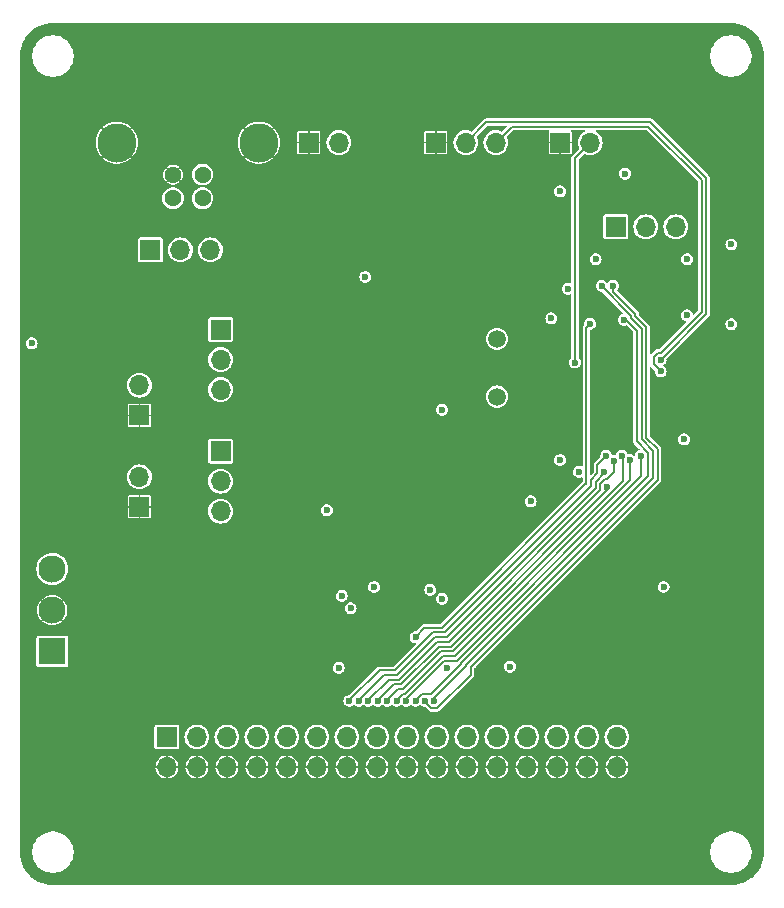
<source format=gbr>
%TF.GenerationSoftware,KiCad,Pcbnew,8.0.5*%
%TF.CreationDate,2024-10-20T03:08:34+02:00*%
%TF.ProjectId,Kingfisher,4b696e67-6669-4736-9865-722e6b696361,rev?*%
%TF.SameCoordinates,Original*%
%TF.FileFunction,Copper,L4,Bot*%
%TF.FilePolarity,Positive*%
%FSLAX46Y46*%
G04 Gerber Fmt 4.6, Leading zero omitted, Abs format (unit mm)*
G04 Created by KiCad (PCBNEW 8.0.5) date 2024-10-20 03:08:34*
%MOMM*%
%LPD*%
G01*
G04 APERTURE LIST*
%TA.AperFunction,ComponentPad*%
%ADD10R,1.700000X1.700000*%
%TD*%
%TA.AperFunction,ComponentPad*%
%ADD11O,1.700000X1.700000*%
%TD*%
%TA.AperFunction,ComponentPad*%
%ADD12C,1.500000*%
%TD*%
%TA.AperFunction,ComponentPad*%
%ADD13C,3.316000*%
%TD*%
%TA.AperFunction,ComponentPad*%
%ADD14C,1.428000*%
%TD*%
%TA.AperFunction,ComponentPad*%
%ADD15R,2.300000X2.300000*%
%TD*%
%TA.AperFunction,ComponentPad*%
%ADD16C,2.300000*%
%TD*%
%TA.AperFunction,ViaPad*%
%ADD17C,0.600000*%
%TD*%
%TA.AperFunction,Conductor*%
%ADD18C,0.200000*%
%TD*%
G04 APERTURE END LIST*
D10*
%TO.P,J3,1,Pin_1*%
%TO.N,GND*%
X164250000Y-73625000D03*
D11*
%TO.P,J3,2,Pin_2*%
%TO.N,NRST*%
X166790000Y-73625000D03*
%TD*%
D10*
%TO.P,J12,1,Pin_1*%
%TO.N,GND*%
X128625000Y-104460000D03*
D11*
%TO.P,J12,2,Pin_2*%
%TO.N,EXT_DAC_VAA*%
X128625000Y-101920000D03*
%TD*%
D10*
%TO.P,J1,1,Pin_1*%
%TO.N,GND*%
X142975000Y-73625000D03*
D11*
%TO.P,J1,2,Pin_2*%
%TO.N,5V_EXT*%
X145515000Y-73625000D03*
%TD*%
D10*
%TO.P,J11,1,Pin_1*%
%TO.N,DAC_OUT_0*%
X130950000Y-123950000D03*
D11*
%TO.P,J11,2,Pin_2*%
%TO.N,GND*%
X130950000Y-126490000D03*
%TO.P,J11,3,Pin_3*%
%TO.N,DAC_OUT_1*%
X133490000Y-123950000D03*
%TO.P,J11,4,Pin_4*%
%TO.N,GND*%
X133490000Y-126490000D03*
%TO.P,J11,5,Pin_5*%
%TO.N,DAC_OUT_2*%
X136030000Y-123950000D03*
%TO.P,J11,6,Pin_6*%
%TO.N,GND*%
X136030000Y-126490000D03*
%TO.P,J11,7,Pin_7*%
%TO.N,DAC_OUT_3*%
X138570000Y-123950000D03*
%TO.P,J11,8,Pin_8*%
%TO.N,GND*%
X138570000Y-126490000D03*
%TO.P,J11,9,Pin_9*%
%TO.N,DAC_OUT_4*%
X141110000Y-123950000D03*
%TO.P,J11,10,Pin_10*%
%TO.N,GND*%
X141110000Y-126490000D03*
%TO.P,J11,11,Pin_11*%
%TO.N,DAC_OUT_5*%
X143650000Y-123950000D03*
%TO.P,J11,12,Pin_12*%
%TO.N,GND*%
X143650000Y-126490000D03*
%TO.P,J11,13,Pin_13*%
%TO.N,DAC_OUT_6*%
X146190000Y-123950000D03*
%TO.P,J11,14,Pin_14*%
%TO.N,GND*%
X146190000Y-126490000D03*
%TO.P,J11,15,Pin_15*%
%TO.N,DAC_OUT_7*%
X148730000Y-123950000D03*
%TO.P,J11,16,Pin_16*%
%TO.N,GND*%
X148730000Y-126490000D03*
%TO.P,J11,17,Pin_17*%
%TO.N,DAC_OUT_8*%
X151270000Y-123950000D03*
%TO.P,J11,18,Pin_18*%
%TO.N,GND*%
X151270000Y-126490000D03*
%TO.P,J11,19,Pin_19*%
%TO.N,DAC_OUT_9*%
X153810000Y-123950000D03*
%TO.P,J11,20,Pin_20*%
%TO.N,GND*%
X153810000Y-126490000D03*
%TO.P,J11,21,Pin_21*%
%TO.N,DAC_OUT_10*%
X156350000Y-123950000D03*
%TO.P,J11,22,Pin_22*%
%TO.N,GND*%
X156350000Y-126490000D03*
%TO.P,J11,23,Pin_23*%
%TO.N,DAC_OUT_11*%
X158890000Y-123950000D03*
%TO.P,J11,24,Pin_24*%
%TO.N,GND*%
X158890000Y-126490000D03*
%TO.P,J11,25,Pin_25*%
%TO.N,DAC_OUT_12*%
X161430000Y-123950000D03*
%TO.P,J11,26,Pin_26*%
%TO.N,GND*%
X161430000Y-126490000D03*
%TO.P,J11,27,Pin_27*%
%TO.N,DAC_OUT_13*%
X163970000Y-123950000D03*
%TO.P,J11,28,Pin_28*%
%TO.N,GND*%
X163970000Y-126490000D03*
%TO.P,J11,29,Pin_29*%
%TO.N,DAC_OUT_14*%
X166510000Y-123950000D03*
%TO.P,J11,30,Pin_30*%
%TO.N,GND*%
X166510000Y-126490000D03*
%TO.P,J11,31,Pin_31*%
%TO.N,DAC_OUT_15*%
X169050000Y-123950000D03*
%TO.P,J11,32,Pin_32*%
%TO.N,GND*%
X169050000Y-126490000D03*
%TD*%
D10*
%TO.P,J4,1,Pin_1*%
%TO.N,Net-(J4-Pin_1)*%
X168960000Y-80750000D03*
D11*
%TO.P,J4,2,Pin_2*%
%TO.N,BOOT0*%
X171500000Y-80750000D03*
%TO.P,J4,3,Pin_3*%
%TO.N,Net-(J4-Pin_3)*%
X174040000Y-80750000D03*
%TD*%
D12*
%TO.P,e1,1,1*%
%TO.N,Net-(U3-PH0)*%
X158900000Y-90250000D03*
%TO.P,e1,2,2*%
%TO.N,Net-(U3-PH1)*%
X158900000Y-95130000D03*
%TD*%
D10*
%TO.P,J2,1,Pin_1*%
%TO.N,USB_VBUS*%
X129560000Y-82700000D03*
D11*
%TO.P,J2,2,Pin_2*%
%TO.N,+5V*%
X132100000Y-82700000D03*
%TO.P,J2,3,Pin_3*%
%TO.N,5V_EXT*%
X134640000Y-82700000D03*
%TD*%
D10*
%TO.P,J13,1,Pin_1*%
%TO.N,+5V*%
X135500000Y-99750000D03*
D11*
%TO.P,J13,2,Pin_2*%
%TO.N,DAC_VAA*%
X135500000Y-102290000D03*
%TO.P,J13,3,Pin_3*%
%TO.N,EXT_DAC_VAA*%
X135500000Y-104830000D03*
%TD*%
D13*
%TO.P,J6,0,SHEILD*%
%TO.N,GND*%
X138740000Y-73625000D03*
X126700000Y-73625000D03*
D14*
%TO.P,J6,1,VBUS*%
%TO.N,USB_VBUS*%
X131470000Y-78335000D03*
%TO.P,J6,2,D-*%
%TO.N,USB_OTG_FS_D-*%
X133970000Y-78335000D03*
%TO.P,J6,3,D+*%
%TO.N,USB_OTG_FS_D+*%
X133970000Y-76335000D03*
%TO.P,J6,4,GND*%
%TO.N,GND*%
X131470000Y-76335000D03*
%TD*%
D10*
%TO.P,J5,1,Pin_1*%
%TO.N,GND*%
X153725000Y-73625000D03*
D11*
%TO.P,J5,2,Pin_2*%
%TO.N,UART_TX*%
X156265000Y-73625000D03*
%TO.P,J5,3,Pin_3*%
%TO.N,UART_RX*%
X158805000Y-73625000D03*
%TD*%
D10*
%TO.P,J8,1,Pin_1*%
%TO.N,GND*%
X128625000Y-96710000D03*
D11*
%TO.P,J8,2,Pin_2*%
%TO.N,EXT_REF_2V5*%
X128625000Y-94170000D03*
%TD*%
D15*
%TO.P,J9,1,Pin_1*%
%TO.N,DAC_VCC*%
X121250000Y-116710000D03*
D16*
%TO.P,J9,2,Pin_2*%
%TO.N,GND*%
X121250000Y-113210000D03*
%TO.P,J9,3,Pin_3*%
%TO.N,DAC_VSS*%
X121250000Y-109710000D03*
%TD*%
D10*
%TO.P,J10,1,Pin_1*%
%TO.N,REF_2V5*%
X135500000Y-89460000D03*
D11*
%TO.P,J10,2,Pin_2*%
%TO.N,DAC_REF*%
X135500000Y-92000000D03*
%TO.P,J10,3,Pin_3*%
%TO.N,EXT_REF_2V5*%
X135500000Y-94540000D03*
%TD*%
D17*
%TO.N,+3V3*%
X167250000Y-83500000D03*
X154250000Y-96250000D03*
X178750000Y-82250000D03*
X174750000Y-98750000D03*
X165850000Y-101500000D03*
X169750000Y-76250000D03*
X175000000Y-83500000D03*
X161750000Y-104000000D03*
X173000000Y-111250000D03*
X164250000Y-77750000D03*
X164250000Y-100500000D03*
X175000000Y-88250000D03*
X145500000Y-118100000D03*
X163500000Y-88500000D03*
X147750000Y-85000000D03*
X160000000Y-118000000D03*
X164900000Y-86000000D03*
X154700000Y-118100000D03*
X178750000Y-89000000D03*
%TO.N,GND*%
X173500000Y-89750000D03*
X165500000Y-97000000D03*
X169250000Y-93000000D03*
X143750000Y-87045000D03*
X175750000Y-104000000D03*
X150000000Y-116000000D03*
%TO.N,NRST*%
X165500000Y-92250000D03*
%TO.N,DAC_VCC*%
X146500000Y-113050000D03*
X154250000Y-112250000D03*
%TO.N,DAC_VSS*%
X153250000Y-111500000D03*
X145750000Y-112000000D03*
%TO.N,+5V*%
X144500000Y-104750000D03*
X148500000Y-111250000D03*
X119500000Y-90625000D03*
%TO.N,DAC_SCLK*%
X168000000Y-101500000D03*
X147199997Y-120900000D03*
%TO.N,DAC_TOGGLE0*%
X149600000Y-120900000D03*
X169475000Y-100125000D03*
%TO.N,DAC_nCLR*%
X153600009Y-120900000D03*
X167750000Y-85750000D03*
%TO.N,DAC_SDO*%
X168150000Y-100149998D03*
X146399994Y-120900000D03*
%TO.N,DAC_TOGGLE1*%
X170180013Y-100503101D03*
X150400000Y-120900000D03*
%TO.N,DAC_nLDAC*%
X152000003Y-120900000D03*
X169625000Y-88625000D03*
%TO.N,DAC_TOGGLE2*%
X171100000Y-100126533D03*
X151200000Y-120900000D03*
%TO.N,DAC_nRESET*%
X168750000Y-85750000D03*
X152800006Y-120900000D03*
%TO.N,DAC_nALMOUT*%
X166773060Y-88976940D03*
X152000000Y-115500000D03*
%TO.N,DAC_nCS*%
X168250000Y-102750000D03*
X148799997Y-120900000D03*
%TO.N,DAC_SDI*%
X168820957Y-100585682D03*
X148000000Y-120900000D03*
%TO.N,UART_RX*%
X172750000Y-93000000D03*
%TO.N,UART_TX*%
X172750000Y-92000000D03*
%TD*%
D18*
%TO.N,NRST*%
X165500000Y-74915000D02*
X166790000Y-73625000D01*
X165500000Y-92250000D02*
X165500000Y-74915000D01*
%TO.N,DAC_SCLK*%
X167250000Y-102335785D02*
X167250000Y-102901471D01*
X168000000Y-101585785D02*
X167250000Y-102335785D01*
X149351471Y-118700000D02*
X147199997Y-120851474D01*
X147199997Y-120851474D02*
X147199997Y-120900000D01*
X153623041Y-115500000D02*
X150423041Y-118700000D01*
X154651471Y-115500000D02*
X153623041Y-115500000D01*
X168000000Y-101500000D02*
X168000000Y-101585785D01*
X150423041Y-118700000D02*
X149351471Y-118700000D01*
X167250000Y-102901471D02*
X154651471Y-115500000D01*
%TO.N,DAC_TOGGLE0*%
X154120099Y-116700000D02*
X150920099Y-119900000D01*
X150920099Y-119900000D02*
X150551471Y-119900000D01*
X150551471Y-119900000D02*
X149600000Y-120851471D01*
X169574230Y-102274299D02*
X155148529Y-116700000D01*
X155148529Y-116700000D02*
X154120099Y-116700000D01*
X149600000Y-120851471D02*
X149600000Y-120900000D01*
X169574230Y-100224230D02*
X169574230Y-102274299D01*
X169475000Y-100125000D02*
X169574230Y-100224230D01*
%TO.N,DAC_nCLR*%
X156279901Y-117831372D02*
X156279901Y-117934314D01*
X171150000Y-98762318D02*
X172100000Y-99712318D01*
X172100000Y-102011273D02*
X156279901Y-117831372D01*
X171150000Y-89400000D02*
X171150000Y-98762318D01*
X153600009Y-120614206D02*
X153600009Y-120900000D01*
X167750000Y-85750000D02*
X167750000Y-85800000D01*
X167750000Y-85800000D02*
X170225000Y-88275000D01*
X170225000Y-88275000D02*
X170225000Y-88475000D01*
X156279901Y-117934314D02*
X153600009Y-120614206D01*
X170225000Y-88475000D02*
X171150000Y-89400000D01*
X172100000Y-99712318D02*
X172100000Y-102011273D01*
%TO.N,DAC_SDO*%
X150257355Y-118300000D02*
X148951468Y-118300000D01*
X167400000Y-100899998D02*
X167400000Y-101620099D01*
X154485785Y-115100000D02*
X153457355Y-115100000D01*
X166850000Y-102170099D02*
X166850000Y-102735785D01*
X166850000Y-102735785D02*
X154485785Y-115100000D01*
X146399994Y-120851474D02*
X146399994Y-120900000D01*
X148951468Y-118300000D02*
X146399994Y-120851474D01*
X167400000Y-101620099D02*
X166850000Y-102170099D01*
X153457355Y-115100000D02*
X150257355Y-118300000D01*
X168150000Y-100149998D02*
X167400000Y-100899998D01*
%TO.N,DAC_TOGGLE1*%
X170180013Y-100503101D02*
X170180013Y-102234202D01*
X155314215Y-117100000D02*
X154285785Y-117100000D01*
X150400000Y-120851471D02*
X150400000Y-120900000D01*
X170180013Y-102234202D02*
X155314215Y-117100000D01*
X154285785Y-117100000D02*
X151085785Y-120300000D01*
X150951471Y-120300000D02*
X150400000Y-120851471D01*
X151085785Y-120300000D02*
X150951471Y-120300000D01*
%TO.N,DAC_nLDAC*%
X170750000Y-98928004D02*
X170750000Y-89565686D01*
X152000003Y-120900000D02*
X152000003Y-120851474D01*
X155879901Y-117768628D02*
X155879901Y-117665686D01*
X171700000Y-101845587D02*
X171700000Y-99878004D01*
X152000003Y-120851474D02*
X152551477Y-120300000D01*
X169809314Y-88625000D02*
X169625000Y-88625000D01*
X169625000Y-88625000D02*
X169500000Y-88500000D01*
X155879901Y-117665686D02*
X171700000Y-101845587D01*
X152551477Y-120300000D02*
X153348529Y-120300000D01*
X153348529Y-120300000D02*
X155879901Y-117768628D01*
X170750000Y-89565686D02*
X169809314Y-88625000D01*
X171700000Y-99878004D02*
X170750000Y-98928004D01*
%TO.N,DAC_TOGGLE2*%
X154451471Y-117500000D02*
X151200000Y-120751471D01*
X171100000Y-101879901D02*
X155479901Y-117500000D01*
X155479901Y-117500000D02*
X154451471Y-117500000D01*
X171100000Y-100126533D02*
X171100000Y-101879901D01*
X151200000Y-120751471D02*
X151200000Y-120900000D01*
%TO.N,DAC_nRESET*%
X171550000Y-98596632D02*
X172500000Y-99546632D01*
X156679901Y-118668637D02*
X153848538Y-121500000D01*
X168750000Y-86234314D02*
X170625000Y-88109314D01*
X171550000Y-89234314D02*
X171550000Y-98596632D01*
X172500000Y-99546632D02*
X172500000Y-102176959D01*
X152800006Y-120948526D02*
X152800006Y-120900000D01*
X172500000Y-102176959D02*
X156679901Y-117997058D01*
X168750000Y-85750000D02*
X168750000Y-86234314D01*
X170625000Y-88109314D02*
X170625000Y-88309314D01*
X153351480Y-121500000D02*
X152800006Y-120948526D01*
X153848538Y-121500000D02*
X153351480Y-121500000D01*
X170625000Y-88309314D02*
X171550000Y-89234314D01*
X156679901Y-117997058D02*
X156679901Y-118668637D01*
%TO.N,DAC_nALMOUT*%
X166450000Y-89300000D02*
X166450000Y-102570099D01*
X152000000Y-115451469D02*
X152751469Y-114700000D01*
X152000000Y-115500000D02*
X152000000Y-115451469D01*
X166773060Y-88976940D02*
X166450000Y-89300000D01*
X166379901Y-102570099D02*
X166450000Y-102570099D01*
X152751469Y-114700000D02*
X154250000Y-114700000D01*
X154250000Y-114700000D02*
X166379901Y-102570099D01*
%TO.N,DAC_nCS*%
X168250000Y-102750000D02*
X168250000Y-103032843D01*
X153954413Y-116300000D02*
X150754413Y-119500000D01*
X168250000Y-103032843D02*
X154982843Y-116300000D01*
X148799997Y-120851474D02*
X148799997Y-120900000D01*
X154982843Y-116300000D02*
X153954413Y-116300000D01*
X150151471Y-119500000D02*
X148799997Y-120851474D01*
X150754413Y-119500000D02*
X150151471Y-119500000D01*
%TO.N,DAC_SDI*%
X167650000Y-103067157D02*
X154817157Y-115900000D01*
X148000000Y-120851468D02*
X148000000Y-120900000D01*
X154817157Y-115900000D02*
X153788727Y-115900000D01*
X168051471Y-102100000D02*
X167650000Y-102501471D01*
X168248529Y-102100000D02*
X168051471Y-102100000D01*
X168820957Y-100585682D02*
X168820957Y-101527572D01*
X168820957Y-101527572D02*
X168248529Y-102100000D01*
X167650000Y-102501471D02*
X167650000Y-103067157D01*
X150588727Y-119100000D02*
X149751468Y-119100000D01*
X149751468Y-119100000D02*
X148000000Y-120851468D01*
X153788727Y-115900000D02*
X150588727Y-119100000D01*
%TO.N,UART_RX*%
X172750000Y-93000000D02*
X172150000Y-92400000D01*
X160147157Y-72282843D02*
X158805000Y-73625000D01*
X176217157Y-76782843D02*
X171717157Y-72282843D01*
X171717157Y-72282843D02*
X160147157Y-72282843D01*
X176217157Y-87967157D02*
X176217157Y-76782843D01*
X172150000Y-91751471D02*
X172501471Y-91400000D01*
X172784314Y-91400000D02*
X176217157Y-87967157D01*
X172150000Y-92400000D02*
X172150000Y-91751471D01*
X172501471Y-91400000D02*
X172784314Y-91400000D01*
%TO.N,UART_TX*%
X176617157Y-88132843D02*
X176617157Y-76617157D01*
X176617157Y-76617157D02*
X171882843Y-71882843D01*
X171882843Y-71882843D02*
X158007157Y-71882843D01*
X158007157Y-71882843D02*
X156265000Y-73625000D01*
X172750000Y-92000000D02*
X176617157Y-88132843D01*
%TD*%
%TA.AperFunction,Conductor*%
%TO.N,GND*%
G36*
X178701727Y-63500597D02*
G01*
X179009997Y-63517909D01*
X179016846Y-63518680D01*
X179319554Y-63570112D01*
X179326255Y-63571642D01*
X179621297Y-63656643D01*
X179627796Y-63658916D01*
X179911477Y-63776420D01*
X179917678Y-63779407D01*
X180186412Y-63927931D01*
X180192231Y-63931588D01*
X180442643Y-64109264D01*
X180448035Y-64113564D01*
X180676969Y-64318153D01*
X180681846Y-64323030D01*
X180886435Y-64551964D01*
X180890735Y-64557356D01*
X181068405Y-64807758D01*
X181072071Y-64813592D01*
X181087435Y-64841391D01*
X181220589Y-65082315D01*
X181223582Y-65088529D01*
X181341081Y-65372198D01*
X181343358Y-65378707D01*
X181428354Y-65673731D01*
X181429889Y-65680456D01*
X181481318Y-65983152D01*
X181482090Y-65990004D01*
X181499403Y-66298271D01*
X181499500Y-66301720D01*
X181499500Y-133698279D01*
X181499403Y-133701728D01*
X181482090Y-134009995D01*
X181481318Y-134016847D01*
X181429889Y-134319543D01*
X181428354Y-134326268D01*
X181343358Y-134621292D01*
X181341081Y-134627801D01*
X181223582Y-134911470D01*
X181220589Y-134917684D01*
X181072074Y-135186402D01*
X181068405Y-135192241D01*
X180890735Y-135442643D01*
X180886435Y-135448035D01*
X180681846Y-135676969D01*
X180676969Y-135681846D01*
X180448035Y-135886435D01*
X180442643Y-135890735D01*
X180192241Y-136068405D01*
X180186402Y-136072074D01*
X179917684Y-136220589D01*
X179911470Y-136223582D01*
X179627801Y-136341081D01*
X179621292Y-136343358D01*
X179326268Y-136428354D01*
X179319543Y-136429889D01*
X179016847Y-136481318D01*
X179009995Y-136482090D01*
X178718816Y-136498443D01*
X178701726Y-136499403D01*
X178698279Y-136499500D01*
X121301721Y-136499500D01*
X121298273Y-136499403D01*
X121279884Y-136498370D01*
X120990004Y-136482090D01*
X120983152Y-136481318D01*
X120680456Y-136429889D01*
X120673731Y-136428354D01*
X120378707Y-136343358D01*
X120372198Y-136341081D01*
X120088529Y-136223582D01*
X120082315Y-136220589D01*
X120058506Y-136207430D01*
X119813592Y-136072071D01*
X119807763Y-136068408D01*
X119557356Y-135890735D01*
X119551964Y-135886435D01*
X119323030Y-135681846D01*
X119318153Y-135676969D01*
X119113564Y-135448035D01*
X119109264Y-135442643D01*
X119093587Y-135420548D01*
X118931588Y-135192231D01*
X118927931Y-135186412D01*
X118779407Y-134917678D01*
X118776417Y-134911470D01*
X118753714Y-134856661D01*
X118658916Y-134627796D01*
X118656641Y-134621292D01*
X118571642Y-134326255D01*
X118570112Y-134319554D01*
X118518680Y-134016846D01*
X118517909Y-134009994D01*
X118500597Y-133701727D01*
X118500500Y-133698279D01*
X118500500Y-133585262D01*
X119549500Y-133585262D01*
X119549500Y-133814737D01*
X119579453Y-134042248D01*
X119638839Y-134263878D01*
X119638842Y-134263887D01*
X119726656Y-134475888D01*
X119784022Y-134575250D01*
X119841390Y-134674615D01*
X119841391Y-134674616D01*
X119981079Y-134856659D01*
X120143340Y-135018920D01*
X120325383Y-135158608D01*
X120325384Y-135158609D01*
X120367379Y-135182854D01*
X120524112Y-135273344D01*
X120736113Y-135361158D01*
X120793444Y-135376519D01*
X120957753Y-135420546D01*
X120957749Y-135420546D01*
X120957759Y-135420547D01*
X120957762Y-135420548D01*
X121185266Y-135450500D01*
X121185269Y-135450500D01*
X121414731Y-135450500D01*
X121414734Y-135450500D01*
X121642238Y-135420548D01*
X121642243Y-135420546D01*
X121642248Y-135420546D01*
X121780279Y-135383560D01*
X121863887Y-135361158D01*
X122075888Y-135273344D01*
X122274612Y-135158611D01*
X122456661Y-135018919D01*
X122618919Y-134856661D01*
X122758611Y-134674612D01*
X122873344Y-134475888D01*
X122961158Y-134263887D01*
X122983560Y-134180279D01*
X123020546Y-134042248D01*
X123020546Y-134042243D01*
X123020548Y-134042238D01*
X123050500Y-133814734D01*
X123050500Y-133585266D01*
X123050499Y-133585262D01*
X176949500Y-133585262D01*
X176949500Y-133814737D01*
X176979453Y-134042248D01*
X177038839Y-134263878D01*
X177038842Y-134263887D01*
X177126656Y-134475888D01*
X177184022Y-134575250D01*
X177241390Y-134674615D01*
X177241391Y-134674616D01*
X177381079Y-134856659D01*
X177543340Y-135018920D01*
X177725383Y-135158608D01*
X177725384Y-135158609D01*
X177767379Y-135182854D01*
X177924112Y-135273344D01*
X178136113Y-135361158D01*
X178193444Y-135376519D01*
X178357753Y-135420546D01*
X178357749Y-135420546D01*
X178357759Y-135420547D01*
X178357762Y-135420548D01*
X178585266Y-135450500D01*
X178585269Y-135450500D01*
X178814731Y-135450500D01*
X178814734Y-135450500D01*
X179042238Y-135420548D01*
X179042243Y-135420546D01*
X179042248Y-135420546D01*
X179180279Y-135383560D01*
X179263887Y-135361158D01*
X179475888Y-135273344D01*
X179674612Y-135158611D01*
X179856661Y-135018919D01*
X180018919Y-134856661D01*
X180158611Y-134674612D01*
X180273344Y-134475888D01*
X180361158Y-134263887D01*
X180383560Y-134180279D01*
X180420546Y-134042248D01*
X180420546Y-134042243D01*
X180420548Y-134042238D01*
X180450500Y-133814734D01*
X180450500Y-133585266D01*
X180420548Y-133357762D01*
X180420546Y-133357757D01*
X180420546Y-133357751D01*
X180361160Y-133136121D01*
X180361158Y-133136113D01*
X180273344Y-132924112D01*
X180158611Y-132725388D01*
X180158609Y-132725384D01*
X180158608Y-132725383D01*
X180018920Y-132543340D01*
X179856659Y-132381079D01*
X179674616Y-132241391D01*
X179674615Y-132241390D01*
X179575250Y-132184022D01*
X179475888Y-132126656D01*
X179263887Y-132038842D01*
X179263878Y-132038839D01*
X179042246Y-131979453D01*
X179042250Y-131979453D01*
X178814737Y-131949500D01*
X178814734Y-131949500D01*
X178585266Y-131949500D01*
X178585262Y-131949500D01*
X178357751Y-131979453D01*
X178136121Y-132038839D01*
X178136112Y-132038842D01*
X177924114Y-132126655D01*
X177725384Y-132241390D01*
X177725383Y-132241391D01*
X177543340Y-132381079D01*
X177381079Y-132543340D01*
X177241391Y-132725383D01*
X177241390Y-132725384D01*
X177126655Y-132924114D01*
X177038842Y-133136112D01*
X177038839Y-133136121D01*
X176979453Y-133357751D01*
X176949500Y-133585262D01*
X123050499Y-133585262D01*
X123020548Y-133357762D01*
X123020546Y-133357757D01*
X123020546Y-133357751D01*
X122961160Y-133136121D01*
X122961158Y-133136113D01*
X122873344Y-132924112D01*
X122758611Y-132725388D01*
X122758609Y-132725384D01*
X122758608Y-132725383D01*
X122618920Y-132543340D01*
X122456659Y-132381079D01*
X122274616Y-132241391D01*
X122274615Y-132241390D01*
X122175250Y-132184022D01*
X122075888Y-132126656D01*
X121863887Y-132038842D01*
X121863878Y-132038839D01*
X121642246Y-131979453D01*
X121642250Y-131979453D01*
X121414737Y-131949500D01*
X121414734Y-131949500D01*
X121185266Y-131949500D01*
X121185262Y-131949500D01*
X120957751Y-131979453D01*
X120736121Y-132038839D01*
X120736112Y-132038842D01*
X120524114Y-132126655D01*
X120325384Y-132241390D01*
X120325383Y-132241391D01*
X120143340Y-132381079D01*
X119981079Y-132543340D01*
X119841391Y-132725383D01*
X119841390Y-132725384D01*
X119726655Y-132924114D01*
X119638842Y-133136112D01*
X119638839Y-133136121D01*
X119579453Y-133357751D01*
X119549500Y-133585262D01*
X118500500Y-133585262D01*
X118500500Y-126427500D01*
X129976438Y-126427500D01*
X130450000Y-126427500D01*
X130450000Y-126552500D01*
X129976438Y-126552500D01*
X129989106Y-126681131D01*
X130044858Y-126864920D01*
X130135395Y-127034304D01*
X130257234Y-127182764D01*
X130257235Y-127182765D01*
X130405695Y-127304604D01*
X130575079Y-127395141D01*
X130758869Y-127450893D01*
X130758866Y-127450893D01*
X130887500Y-127463562D01*
X130887500Y-126990000D01*
X131012500Y-126990000D01*
X131012500Y-127463561D01*
X131141131Y-127450893D01*
X131324920Y-127395141D01*
X131494304Y-127304604D01*
X131642764Y-127182765D01*
X131642765Y-127182764D01*
X131764604Y-127034304D01*
X131855141Y-126864920D01*
X131910893Y-126681131D01*
X131923562Y-126552500D01*
X131450000Y-126552500D01*
X131450000Y-126427500D01*
X131923562Y-126427500D01*
X132516438Y-126427500D01*
X132990000Y-126427500D01*
X132990000Y-126552500D01*
X132516438Y-126552500D01*
X132529106Y-126681131D01*
X132584858Y-126864920D01*
X132675395Y-127034304D01*
X132797234Y-127182764D01*
X132797235Y-127182765D01*
X132945695Y-127304604D01*
X133115079Y-127395141D01*
X133298869Y-127450893D01*
X133298866Y-127450893D01*
X133427500Y-127463562D01*
X133427500Y-126990000D01*
X133552500Y-126990000D01*
X133552500Y-127463561D01*
X133681131Y-127450893D01*
X133864920Y-127395141D01*
X134034304Y-127304604D01*
X134182764Y-127182765D01*
X134182765Y-127182764D01*
X134304604Y-127034304D01*
X134395141Y-126864920D01*
X134450893Y-126681131D01*
X134463562Y-126552500D01*
X133990000Y-126552500D01*
X133990000Y-126427500D01*
X134463562Y-126427500D01*
X135056438Y-126427500D01*
X135530000Y-126427500D01*
X135530000Y-126552500D01*
X135056438Y-126552500D01*
X135069106Y-126681131D01*
X135124858Y-126864920D01*
X135215395Y-127034304D01*
X135337234Y-127182764D01*
X135337235Y-127182765D01*
X135485695Y-127304604D01*
X135655079Y-127395141D01*
X135838869Y-127450893D01*
X135838866Y-127450893D01*
X135967500Y-127463562D01*
X135967500Y-126990000D01*
X136092500Y-126990000D01*
X136092500Y-127463561D01*
X136221131Y-127450893D01*
X136404920Y-127395141D01*
X136574304Y-127304604D01*
X136722764Y-127182765D01*
X136722765Y-127182764D01*
X136844604Y-127034304D01*
X136935141Y-126864920D01*
X136990893Y-126681131D01*
X137003562Y-126552500D01*
X136530000Y-126552500D01*
X136530000Y-126427500D01*
X137003562Y-126427500D01*
X137596438Y-126427500D01*
X138070000Y-126427500D01*
X138070000Y-126552500D01*
X137596438Y-126552500D01*
X137609106Y-126681131D01*
X137664858Y-126864920D01*
X137755395Y-127034304D01*
X137877234Y-127182764D01*
X137877235Y-127182765D01*
X138025695Y-127304604D01*
X138195079Y-127395141D01*
X138378869Y-127450893D01*
X138378866Y-127450893D01*
X138507500Y-127463562D01*
X138507500Y-126990000D01*
X138632500Y-126990000D01*
X138632500Y-127463562D01*
X138761131Y-127450893D01*
X138944920Y-127395141D01*
X139114304Y-127304604D01*
X139262764Y-127182765D01*
X139262765Y-127182764D01*
X139384604Y-127034304D01*
X139475141Y-126864920D01*
X139530893Y-126681131D01*
X139543562Y-126552500D01*
X139070000Y-126552500D01*
X139070000Y-126427500D01*
X139543562Y-126427500D01*
X140136438Y-126427500D01*
X140610000Y-126427500D01*
X140610000Y-126552500D01*
X140136438Y-126552500D01*
X140149106Y-126681131D01*
X140204858Y-126864920D01*
X140295395Y-127034304D01*
X140417234Y-127182764D01*
X140417235Y-127182765D01*
X140565695Y-127304604D01*
X140735079Y-127395141D01*
X140918869Y-127450893D01*
X140918866Y-127450893D01*
X141047500Y-127463562D01*
X141047500Y-126990000D01*
X141172500Y-126990000D01*
X141172500Y-127463562D01*
X141301131Y-127450893D01*
X141484920Y-127395141D01*
X141654304Y-127304604D01*
X141802764Y-127182765D01*
X141802765Y-127182764D01*
X141924604Y-127034304D01*
X142015141Y-126864920D01*
X142070893Y-126681131D01*
X142083562Y-126552500D01*
X141610000Y-126552500D01*
X141610000Y-126427500D01*
X142083562Y-126427500D01*
X142676438Y-126427500D01*
X143150000Y-126427500D01*
X143150000Y-126552500D01*
X142676438Y-126552500D01*
X142689106Y-126681131D01*
X142744858Y-126864920D01*
X142835395Y-127034304D01*
X142957234Y-127182764D01*
X142957235Y-127182765D01*
X143105695Y-127304604D01*
X143275079Y-127395141D01*
X143458869Y-127450893D01*
X143458866Y-127450893D01*
X143587500Y-127463562D01*
X143587500Y-126990000D01*
X143712500Y-126990000D01*
X143712500Y-127463562D01*
X143841131Y-127450893D01*
X144024920Y-127395141D01*
X144194304Y-127304604D01*
X144342764Y-127182765D01*
X144342765Y-127182764D01*
X144464604Y-127034304D01*
X144555141Y-126864920D01*
X144610893Y-126681131D01*
X144623562Y-126552500D01*
X144150000Y-126552500D01*
X144150000Y-126427500D01*
X144623562Y-126427500D01*
X145216438Y-126427500D01*
X145690000Y-126427500D01*
X145690000Y-126552500D01*
X145216438Y-126552500D01*
X145229106Y-126681131D01*
X145284858Y-126864920D01*
X145375395Y-127034304D01*
X145497234Y-127182764D01*
X145497235Y-127182765D01*
X145645695Y-127304604D01*
X145815079Y-127395141D01*
X145998869Y-127450893D01*
X145998866Y-127450893D01*
X146127500Y-127463562D01*
X146127500Y-126990000D01*
X146252500Y-126990000D01*
X146252500Y-127463562D01*
X146381131Y-127450893D01*
X146564920Y-127395141D01*
X146734304Y-127304604D01*
X146882764Y-127182765D01*
X146882765Y-127182764D01*
X147004604Y-127034304D01*
X147095141Y-126864920D01*
X147150893Y-126681131D01*
X147163562Y-126552500D01*
X146690000Y-126552500D01*
X146690000Y-126427500D01*
X147163562Y-126427500D01*
X147756438Y-126427500D01*
X148230000Y-126427500D01*
X148230000Y-126552500D01*
X147756438Y-126552500D01*
X147769106Y-126681131D01*
X147824858Y-126864920D01*
X147915395Y-127034304D01*
X148037234Y-127182764D01*
X148037235Y-127182765D01*
X148185695Y-127304604D01*
X148355079Y-127395141D01*
X148538869Y-127450893D01*
X148538866Y-127450893D01*
X148667500Y-127463562D01*
X148667500Y-126990000D01*
X148792500Y-126990000D01*
X148792500Y-127463562D01*
X148921131Y-127450893D01*
X149104920Y-127395141D01*
X149274304Y-127304604D01*
X149422764Y-127182765D01*
X149422765Y-127182764D01*
X149544604Y-127034304D01*
X149635141Y-126864920D01*
X149690893Y-126681131D01*
X149703562Y-126552500D01*
X149230000Y-126552500D01*
X149230000Y-126427500D01*
X149703562Y-126427500D01*
X150296438Y-126427500D01*
X150770000Y-126427500D01*
X150770000Y-126552500D01*
X150296438Y-126552500D01*
X150309106Y-126681131D01*
X150364858Y-126864920D01*
X150455395Y-127034304D01*
X150577234Y-127182764D01*
X150577235Y-127182765D01*
X150725695Y-127304604D01*
X150895079Y-127395141D01*
X151078869Y-127450893D01*
X151078866Y-127450893D01*
X151207500Y-127463562D01*
X151207500Y-126990000D01*
X151332500Y-126990000D01*
X151332500Y-127463562D01*
X151461131Y-127450893D01*
X151644920Y-127395141D01*
X151814304Y-127304604D01*
X151962764Y-127182765D01*
X151962765Y-127182764D01*
X152084604Y-127034304D01*
X152175141Y-126864920D01*
X152230893Y-126681131D01*
X152243562Y-126552500D01*
X151770000Y-126552500D01*
X151770000Y-126427500D01*
X152243562Y-126427500D01*
X152836438Y-126427500D01*
X153310000Y-126427500D01*
X153310000Y-126552500D01*
X152836438Y-126552500D01*
X152849106Y-126681131D01*
X152904858Y-126864920D01*
X152995395Y-127034304D01*
X153117234Y-127182764D01*
X153117235Y-127182765D01*
X153265695Y-127304604D01*
X153435079Y-127395141D01*
X153618869Y-127450893D01*
X153618866Y-127450893D01*
X153747500Y-127463562D01*
X153747500Y-126990000D01*
X153872500Y-126990000D01*
X153872500Y-127463562D01*
X154001131Y-127450893D01*
X154184920Y-127395141D01*
X154354304Y-127304604D01*
X154502764Y-127182765D01*
X154502765Y-127182764D01*
X154624604Y-127034304D01*
X154715141Y-126864920D01*
X154770893Y-126681131D01*
X154783562Y-126552500D01*
X154310000Y-126552500D01*
X154310000Y-126427500D01*
X154783562Y-126427500D01*
X155376438Y-126427500D01*
X155850000Y-126427500D01*
X155850000Y-126552500D01*
X155376438Y-126552500D01*
X155389106Y-126681131D01*
X155444858Y-126864920D01*
X155535395Y-127034304D01*
X155657234Y-127182764D01*
X155657235Y-127182765D01*
X155805695Y-127304604D01*
X155975079Y-127395141D01*
X156158869Y-127450893D01*
X156158866Y-127450893D01*
X156287500Y-127463562D01*
X156287500Y-126990000D01*
X156412500Y-126990000D01*
X156412500Y-127463562D01*
X156541131Y-127450893D01*
X156724920Y-127395141D01*
X156894304Y-127304604D01*
X157042764Y-127182765D01*
X157042765Y-127182764D01*
X157164604Y-127034304D01*
X157255141Y-126864920D01*
X157310893Y-126681131D01*
X157323562Y-126552500D01*
X156850000Y-126552500D01*
X156850000Y-126427500D01*
X157323562Y-126427500D01*
X157916438Y-126427500D01*
X158390000Y-126427500D01*
X158390000Y-126552500D01*
X157916438Y-126552500D01*
X157929106Y-126681131D01*
X157984858Y-126864920D01*
X158075395Y-127034304D01*
X158197234Y-127182764D01*
X158197235Y-127182765D01*
X158345695Y-127304604D01*
X158515079Y-127395141D01*
X158698869Y-127450893D01*
X158698866Y-127450893D01*
X158827500Y-127463562D01*
X158827500Y-126990000D01*
X158952500Y-126990000D01*
X158952500Y-127463561D01*
X159081131Y-127450893D01*
X159264920Y-127395141D01*
X159434304Y-127304604D01*
X159582764Y-127182765D01*
X159582765Y-127182764D01*
X159704604Y-127034304D01*
X159795141Y-126864920D01*
X159850893Y-126681131D01*
X159863562Y-126552500D01*
X159390000Y-126552500D01*
X159390000Y-126427500D01*
X159863562Y-126427500D01*
X160456438Y-126427500D01*
X160930000Y-126427500D01*
X160930000Y-126552500D01*
X160456438Y-126552500D01*
X160469106Y-126681131D01*
X160524858Y-126864920D01*
X160615395Y-127034304D01*
X160737234Y-127182764D01*
X160737235Y-127182765D01*
X160885695Y-127304604D01*
X161055079Y-127395141D01*
X161238869Y-127450893D01*
X161238866Y-127450893D01*
X161367500Y-127463562D01*
X161367500Y-126990000D01*
X161492500Y-126990000D01*
X161492500Y-127463561D01*
X161621131Y-127450893D01*
X161804920Y-127395141D01*
X161974304Y-127304604D01*
X162122764Y-127182765D01*
X162122765Y-127182764D01*
X162244604Y-127034304D01*
X162335141Y-126864920D01*
X162390893Y-126681131D01*
X162403562Y-126552500D01*
X161930000Y-126552500D01*
X161930000Y-126427500D01*
X162403562Y-126427500D01*
X162996438Y-126427500D01*
X163470000Y-126427500D01*
X163470000Y-126552500D01*
X162996438Y-126552500D01*
X163009106Y-126681131D01*
X163064858Y-126864920D01*
X163155395Y-127034304D01*
X163277234Y-127182764D01*
X163277235Y-127182765D01*
X163425695Y-127304604D01*
X163595079Y-127395141D01*
X163778869Y-127450893D01*
X163778866Y-127450893D01*
X163907500Y-127463562D01*
X163907500Y-126990000D01*
X164032500Y-126990000D01*
X164032500Y-127463561D01*
X164161131Y-127450893D01*
X164344920Y-127395141D01*
X164514304Y-127304604D01*
X164662764Y-127182765D01*
X164662765Y-127182764D01*
X164784604Y-127034304D01*
X164875141Y-126864920D01*
X164930893Y-126681131D01*
X164943562Y-126552500D01*
X164470000Y-126552500D01*
X164470000Y-126427500D01*
X164943562Y-126427500D01*
X165536438Y-126427500D01*
X166010000Y-126427500D01*
X166010000Y-126552500D01*
X165536438Y-126552500D01*
X165549106Y-126681131D01*
X165604858Y-126864920D01*
X165695395Y-127034304D01*
X165817234Y-127182764D01*
X165817235Y-127182765D01*
X165965695Y-127304604D01*
X166135079Y-127395141D01*
X166318869Y-127450893D01*
X166318866Y-127450893D01*
X166447500Y-127463562D01*
X166447500Y-126990000D01*
X166572500Y-126990000D01*
X166572500Y-127463561D01*
X166701131Y-127450893D01*
X166884920Y-127395141D01*
X167054304Y-127304604D01*
X167202764Y-127182765D01*
X167202765Y-127182764D01*
X167324604Y-127034304D01*
X167415141Y-126864920D01*
X167470893Y-126681131D01*
X167483562Y-126552500D01*
X167010000Y-126552500D01*
X167010000Y-126427500D01*
X167483562Y-126427500D01*
X168076438Y-126427500D01*
X168550000Y-126427500D01*
X168550000Y-126552500D01*
X168076438Y-126552500D01*
X168089106Y-126681131D01*
X168144858Y-126864920D01*
X168235395Y-127034304D01*
X168357234Y-127182764D01*
X168357235Y-127182765D01*
X168505695Y-127304604D01*
X168675079Y-127395141D01*
X168858869Y-127450893D01*
X168858866Y-127450893D01*
X168987500Y-127463562D01*
X168987500Y-126990000D01*
X169112500Y-126990000D01*
X169112500Y-127463561D01*
X169241131Y-127450893D01*
X169424920Y-127395141D01*
X169594304Y-127304604D01*
X169742764Y-127182765D01*
X169742765Y-127182764D01*
X169864604Y-127034304D01*
X169955141Y-126864920D01*
X170010893Y-126681131D01*
X170023562Y-126552500D01*
X169550000Y-126552500D01*
X169550000Y-126427500D01*
X170023562Y-126427500D01*
X170010893Y-126298868D01*
X169955141Y-126115079D01*
X169864604Y-125945695D01*
X169742765Y-125797235D01*
X169742764Y-125797234D01*
X169594304Y-125675395D01*
X169424920Y-125584858D01*
X169241130Y-125529106D01*
X169241133Y-125529106D01*
X169112500Y-125516437D01*
X169112500Y-125990000D01*
X168987500Y-125990000D01*
X168987500Y-125516437D01*
X168858868Y-125529106D01*
X168675079Y-125584858D01*
X168505695Y-125675395D01*
X168357235Y-125797234D01*
X168357234Y-125797235D01*
X168235395Y-125945695D01*
X168144858Y-126115079D01*
X168089106Y-126298868D01*
X168076438Y-126427500D01*
X167483562Y-126427500D01*
X167470893Y-126298868D01*
X167415141Y-126115079D01*
X167324604Y-125945695D01*
X167202765Y-125797235D01*
X167202764Y-125797234D01*
X167054304Y-125675395D01*
X166884920Y-125584858D01*
X166701130Y-125529106D01*
X166701133Y-125529106D01*
X166572500Y-125516437D01*
X166572500Y-125990000D01*
X166447500Y-125990000D01*
X166447500Y-125516437D01*
X166318868Y-125529106D01*
X166135079Y-125584858D01*
X165965695Y-125675395D01*
X165817235Y-125797234D01*
X165817234Y-125797235D01*
X165695395Y-125945695D01*
X165604858Y-126115079D01*
X165549106Y-126298868D01*
X165536438Y-126427500D01*
X164943562Y-126427500D01*
X164930893Y-126298868D01*
X164875141Y-126115079D01*
X164784604Y-125945695D01*
X164662765Y-125797235D01*
X164662764Y-125797234D01*
X164514304Y-125675395D01*
X164344920Y-125584858D01*
X164161130Y-125529106D01*
X164161133Y-125529106D01*
X164032500Y-125516437D01*
X164032500Y-125990000D01*
X163907500Y-125990000D01*
X163907500Y-125516437D01*
X163778868Y-125529106D01*
X163595079Y-125584858D01*
X163425695Y-125675395D01*
X163277235Y-125797234D01*
X163277234Y-125797235D01*
X163155395Y-125945695D01*
X163064858Y-126115079D01*
X163009106Y-126298868D01*
X162996438Y-126427500D01*
X162403562Y-126427500D01*
X162390893Y-126298868D01*
X162335141Y-126115079D01*
X162244604Y-125945695D01*
X162122765Y-125797235D01*
X162122764Y-125797234D01*
X161974304Y-125675395D01*
X161804920Y-125584858D01*
X161621130Y-125529106D01*
X161621133Y-125529106D01*
X161492500Y-125516437D01*
X161492500Y-125990000D01*
X161367500Y-125990000D01*
X161367500Y-125516437D01*
X161238868Y-125529106D01*
X161055079Y-125584858D01*
X160885695Y-125675395D01*
X160737235Y-125797234D01*
X160737234Y-125797235D01*
X160615395Y-125945695D01*
X160524858Y-126115079D01*
X160469106Y-126298868D01*
X160456438Y-126427500D01*
X159863562Y-126427500D01*
X159850893Y-126298868D01*
X159795141Y-126115079D01*
X159704604Y-125945695D01*
X159582765Y-125797235D01*
X159582764Y-125797234D01*
X159434304Y-125675395D01*
X159264920Y-125584858D01*
X159081130Y-125529106D01*
X159081133Y-125529106D01*
X158952500Y-125516437D01*
X158952500Y-125990000D01*
X158827500Y-125990000D01*
X158827500Y-125516437D01*
X158698868Y-125529106D01*
X158515079Y-125584858D01*
X158345695Y-125675395D01*
X158197235Y-125797234D01*
X158197234Y-125797235D01*
X158075395Y-125945695D01*
X157984858Y-126115079D01*
X157929106Y-126298868D01*
X157916438Y-126427500D01*
X157323562Y-126427500D01*
X157310893Y-126298868D01*
X157255141Y-126115079D01*
X157164604Y-125945695D01*
X157042765Y-125797235D01*
X157042764Y-125797234D01*
X156894304Y-125675395D01*
X156724920Y-125584858D01*
X156541130Y-125529106D01*
X156541133Y-125529106D01*
X156412500Y-125516437D01*
X156412500Y-125990000D01*
X156287500Y-125990000D01*
X156287500Y-125516437D01*
X156158868Y-125529106D01*
X155975079Y-125584858D01*
X155805695Y-125675395D01*
X155657235Y-125797234D01*
X155657234Y-125797235D01*
X155535395Y-125945695D01*
X155444858Y-126115079D01*
X155389106Y-126298868D01*
X155376438Y-126427500D01*
X154783562Y-126427500D01*
X154770893Y-126298868D01*
X154715141Y-126115079D01*
X154624604Y-125945695D01*
X154502765Y-125797235D01*
X154502764Y-125797234D01*
X154354304Y-125675395D01*
X154184920Y-125584858D01*
X154001130Y-125529106D01*
X154001133Y-125529106D01*
X153872500Y-125516437D01*
X153872500Y-125990000D01*
X153747500Y-125990000D01*
X153747500Y-125516437D01*
X153618868Y-125529106D01*
X153435079Y-125584858D01*
X153265695Y-125675395D01*
X153117235Y-125797234D01*
X153117234Y-125797235D01*
X152995395Y-125945695D01*
X152904858Y-126115079D01*
X152849106Y-126298868D01*
X152836438Y-126427500D01*
X152243562Y-126427500D01*
X152230893Y-126298868D01*
X152175141Y-126115079D01*
X152084604Y-125945695D01*
X151962765Y-125797235D01*
X151962764Y-125797234D01*
X151814304Y-125675395D01*
X151644920Y-125584858D01*
X151461130Y-125529106D01*
X151461133Y-125529106D01*
X151332500Y-125516437D01*
X151332500Y-125990000D01*
X151207500Y-125990000D01*
X151207500Y-125516437D01*
X151078868Y-125529106D01*
X150895079Y-125584858D01*
X150725695Y-125675395D01*
X150577235Y-125797234D01*
X150577234Y-125797235D01*
X150455395Y-125945695D01*
X150364858Y-126115079D01*
X150309106Y-126298868D01*
X150296438Y-126427500D01*
X149703562Y-126427500D01*
X149690893Y-126298868D01*
X149635141Y-126115079D01*
X149544604Y-125945695D01*
X149422765Y-125797235D01*
X149422764Y-125797234D01*
X149274304Y-125675395D01*
X149104920Y-125584858D01*
X148921130Y-125529106D01*
X148921133Y-125529106D01*
X148792500Y-125516437D01*
X148792500Y-125990000D01*
X148667500Y-125990000D01*
X148667500Y-125516437D01*
X148538868Y-125529106D01*
X148355079Y-125584858D01*
X148185695Y-125675395D01*
X148037235Y-125797234D01*
X148037234Y-125797235D01*
X147915395Y-125945695D01*
X147824858Y-126115079D01*
X147769106Y-126298868D01*
X147756438Y-126427500D01*
X147163562Y-126427500D01*
X147150893Y-126298868D01*
X147095141Y-126115079D01*
X147004604Y-125945695D01*
X146882765Y-125797235D01*
X146882764Y-125797234D01*
X146734304Y-125675395D01*
X146564920Y-125584858D01*
X146381130Y-125529106D01*
X146381133Y-125529106D01*
X146252500Y-125516437D01*
X146252500Y-125990000D01*
X146127500Y-125990000D01*
X146127500Y-125516437D01*
X145998868Y-125529106D01*
X145815079Y-125584858D01*
X145645695Y-125675395D01*
X145497235Y-125797234D01*
X145497234Y-125797235D01*
X145375395Y-125945695D01*
X145284858Y-126115079D01*
X145229106Y-126298868D01*
X145216438Y-126427500D01*
X144623562Y-126427500D01*
X144610893Y-126298868D01*
X144555141Y-126115079D01*
X144464604Y-125945695D01*
X144342765Y-125797235D01*
X144342764Y-125797234D01*
X144194304Y-125675395D01*
X144024920Y-125584858D01*
X143841130Y-125529106D01*
X143841133Y-125529106D01*
X143712500Y-125516437D01*
X143712500Y-125990000D01*
X143587500Y-125990000D01*
X143587500Y-125516437D01*
X143458868Y-125529106D01*
X143275079Y-125584858D01*
X143105695Y-125675395D01*
X142957235Y-125797234D01*
X142957234Y-125797235D01*
X142835395Y-125945695D01*
X142744858Y-126115079D01*
X142689106Y-126298868D01*
X142676438Y-126427500D01*
X142083562Y-126427500D01*
X142070893Y-126298868D01*
X142015141Y-126115079D01*
X141924604Y-125945695D01*
X141802765Y-125797235D01*
X141802764Y-125797234D01*
X141654304Y-125675395D01*
X141484920Y-125584858D01*
X141301130Y-125529106D01*
X141301133Y-125529106D01*
X141172500Y-125516437D01*
X141172500Y-125990000D01*
X141047500Y-125990000D01*
X141047500Y-125516437D01*
X140918868Y-125529106D01*
X140735079Y-125584858D01*
X140565695Y-125675395D01*
X140417235Y-125797234D01*
X140417234Y-125797235D01*
X140295395Y-125945695D01*
X140204858Y-126115079D01*
X140149106Y-126298868D01*
X140136438Y-126427500D01*
X139543562Y-126427500D01*
X139530893Y-126298868D01*
X139475141Y-126115079D01*
X139384604Y-125945695D01*
X139262765Y-125797235D01*
X139262764Y-125797234D01*
X139114304Y-125675395D01*
X138944920Y-125584858D01*
X138761130Y-125529106D01*
X138761133Y-125529106D01*
X138632500Y-125516437D01*
X138632500Y-125990000D01*
X138507500Y-125990000D01*
X138507500Y-125516437D01*
X138378868Y-125529106D01*
X138195079Y-125584858D01*
X138025695Y-125675395D01*
X137877235Y-125797234D01*
X137877234Y-125797235D01*
X137755395Y-125945695D01*
X137664858Y-126115079D01*
X137609106Y-126298868D01*
X137596438Y-126427500D01*
X137003562Y-126427500D01*
X136990893Y-126298868D01*
X136935141Y-126115079D01*
X136844604Y-125945695D01*
X136722765Y-125797235D01*
X136722764Y-125797234D01*
X136574304Y-125675395D01*
X136404920Y-125584858D01*
X136221130Y-125529106D01*
X136221133Y-125529106D01*
X136092500Y-125516437D01*
X136092500Y-125990000D01*
X135967500Y-125990000D01*
X135967500Y-125516437D01*
X135838868Y-125529106D01*
X135655079Y-125584858D01*
X135485695Y-125675395D01*
X135337235Y-125797234D01*
X135337234Y-125797235D01*
X135215395Y-125945695D01*
X135124858Y-126115079D01*
X135069106Y-126298868D01*
X135056438Y-126427500D01*
X134463562Y-126427500D01*
X134450893Y-126298868D01*
X134395141Y-126115079D01*
X134304604Y-125945695D01*
X134182765Y-125797235D01*
X134182764Y-125797234D01*
X134034304Y-125675395D01*
X133864920Y-125584858D01*
X133681130Y-125529106D01*
X133681133Y-125529106D01*
X133552500Y-125516437D01*
X133552500Y-125990000D01*
X133427500Y-125990000D01*
X133427500Y-125516437D01*
X133298868Y-125529106D01*
X133115079Y-125584858D01*
X132945695Y-125675395D01*
X132797235Y-125797234D01*
X132797234Y-125797235D01*
X132675395Y-125945695D01*
X132584858Y-126115079D01*
X132529106Y-126298868D01*
X132516438Y-126427500D01*
X131923562Y-126427500D01*
X131910893Y-126298868D01*
X131855141Y-126115079D01*
X131764604Y-125945695D01*
X131642765Y-125797235D01*
X131642764Y-125797234D01*
X131494304Y-125675395D01*
X131324920Y-125584858D01*
X131141130Y-125529106D01*
X131141133Y-125529106D01*
X131012500Y-125516437D01*
X131012500Y-125990000D01*
X130887500Y-125990000D01*
X130887500Y-125516437D01*
X130758868Y-125529106D01*
X130575079Y-125584858D01*
X130405695Y-125675395D01*
X130257235Y-125797234D01*
X130257234Y-125797235D01*
X130135395Y-125945695D01*
X130044858Y-126115079D01*
X129989106Y-126298868D01*
X129976438Y-126427500D01*
X118500500Y-126427500D01*
X118500500Y-123080248D01*
X129899500Y-123080248D01*
X129899500Y-124819751D01*
X129911131Y-124878224D01*
X129911132Y-124878228D01*
X129911133Y-124878231D01*
X129955448Y-124944552D01*
X130021769Y-124988867D01*
X130080248Y-125000499D01*
X130080249Y-125000500D01*
X130080252Y-125000500D01*
X131819751Y-125000500D01*
X131819751Y-125000499D01*
X131878231Y-124988867D01*
X131944552Y-124944552D01*
X131988867Y-124878231D01*
X132000499Y-124819751D01*
X132000500Y-124819751D01*
X132000500Y-123950000D01*
X132434417Y-123950000D01*
X132454699Y-124155933D01*
X132514766Y-124353950D01*
X132612314Y-124536450D01*
X132612315Y-124536451D01*
X132743588Y-124696409D01*
X132743590Y-124696411D01*
X132903548Y-124827684D01*
X132903549Y-124827685D01*
X132989264Y-124873500D01*
X133086046Y-124925232D01*
X133284066Y-124985300D01*
X133490000Y-125005583D01*
X133695934Y-124985300D01*
X133893954Y-124925232D01*
X134076450Y-124827685D01*
X134236410Y-124696410D01*
X134367685Y-124536450D01*
X134465232Y-124353954D01*
X134525300Y-124155934D01*
X134545583Y-123950000D01*
X134974417Y-123950000D01*
X134994699Y-124155933D01*
X135054766Y-124353950D01*
X135152314Y-124536450D01*
X135152315Y-124536451D01*
X135283588Y-124696409D01*
X135283590Y-124696411D01*
X135443548Y-124827684D01*
X135443549Y-124827685D01*
X135529264Y-124873500D01*
X135626046Y-124925232D01*
X135824066Y-124985300D01*
X136030000Y-125005583D01*
X136235934Y-124985300D01*
X136433954Y-124925232D01*
X136616450Y-124827685D01*
X136776410Y-124696410D01*
X136907685Y-124536450D01*
X137005232Y-124353954D01*
X137065300Y-124155934D01*
X137085583Y-123950000D01*
X137514417Y-123950000D01*
X137534699Y-124155933D01*
X137594766Y-124353950D01*
X137692314Y-124536450D01*
X137692315Y-124536451D01*
X137823588Y-124696409D01*
X137823590Y-124696411D01*
X137983548Y-124827684D01*
X137983549Y-124827685D01*
X138069264Y-124873500D01*
X138166046Y-124925232D01*
X138364066Y-124985300D01*
X138570000Y-125005583D01*
X138775934Y-124985300D01*
X138973954Y-124925232D01*
X139156450Y-124827685D01*
X139316410Y-124696410D01*
X139447685Y-124536450D01*
X139545232Y-124353954D01*
X139605300Y-124155934D01*
X139625583Y-123950000D01*
X140054417Y-123950000D01*
X140074699Y-124155933D01*
X140134766Y-124353950D01*
X140232314Y-124536450D01*
X140232315Y-124536451D01*
X140363588Y-124696409D01*
X140363590Y-124696411D01*
X140523548Y-124827684D01*
X140523549Y-124827685D01*
X140609264Y-124873500D01*
X140706046Y-124925232D01*
X140904066Y-124985300D01*
X141110000Y-125005583D01*
X141315934Y-124985300D01*
X141513954Y-124925232D01*
X141696450Y-124827685D01*
X141856410Y-124696410D01*
X141987685Y-124536450D01*
X142085232Y-124353954D01*
X142145300Y-124155934D01*
X142165583Y-123950000D01*
X142594417Y-123950000D01*
X142614699Y-124155933D01*
X142674766Y-124353950D01*
X142772314Y-124536450D01*
X142772315Y-124536451D01*
X142903588Y-124696409D01*
X142903590Y-124696411D01*
X143063548Y-124827684D01*
X143063549Y-124827685D01*
X143149264Y-124873500D01*
X143246046Y-124925232D01*
X143444066Y-124985300D01*
X143650000Y-125005583D01*
X143855934Y-124985300D01*
X144053954Y-124925232D01*
X144236450Y-124827685D01*
X144396410Y-124696410D01*
X144527685Y-124536450D01*
X144625232Y-124353954D01*
X144685300Y-124155934D01*
X144705583Y-123950000D01*
X145134417Y-123950000D01*
X145154699Y-124155933D01*
X145214766Y-124353950D01*
X145312314Y-124536450D01*
X145312315Y-124536451D01*
X145443588Y-124696409D01*
X145443590Y-124696411D01*
X145603548Y-124827684D01*
X145603549Y-124827685D01*
X145689264Y-124873500D01*
X145786046Y-124925232D01*
X145984066Y-124985300D01*
X146190000Y-125005583D01*
X146395934Y-124985300D01*
X146593954Y-124925232D01*
X146776450Y-124827685D01*
X146936410Y-124696410D01*
X147067685Y-124536450D01*
X147165232Y-124353954D01*
X147225300Y-124155934D01*
X147245583Y-123950000D01*
X147674417Y-123950000D01*
X147694699Y-124155933D01*
X147754766Y-124353950D01*
X147852314Y-124536450D01*
X147852315Y-124536451D01*
X147983588Y-124696409D01*
X147983590Y-124696411D01*
X148143548Y-124827684D01*
X148143549Y-124827685D01*
X148229264Y-124873500D01*
X148326046Y-124925232D01*
X148524066Y-124985300D01*
X148730000Y-125005583D01*
X148935934Y-124985300D01*
X149133954Y-124925232D01*
X149316450Y-124827685D01*
X149476410Y-124696410D01*
X149607685Y-124536450D01*
X149705232Y-124353954D01*
X149765300Y-124155934D01*
X149785583Y-123950000D01*
X150214417Y-123950000D01*
X150234699Y-124155933D01*
X150294766Y-124353950D01*
X150392314Y-124536450D01*
X150392315Y-124536451D01*
X150523588Y-124696409D01*
X150523590Y-124696411D01*
X150683548Y-124827684D01*
X150683549Y-124827685D01*
X150769264Y-124873500D01*
X150866046Y-124925232D01*
X151064066Y-124985300D01*
X151270000Y-125005583D01*
X151475934Y-124985300D01*
X151673954Y-124925232D01*
X151856450Y-124827685D01*
X152016410Y-124696410D01*
X152147685Y-124536450D01*
X152245232Y-124353954D01*
X152305300Y-124155934D01*
X152325583Y-123950000D01*
X152754417Y-123950000D01*
X152774699Y-124155933D01*
X152834766Y-124353950D01*
X152932314Y-124536450D01*
X152932315Y-124536451D01*
X153063588Y-124696409D01*
X153063590Y-124696411D01*
X153223548Y-124827684D01*
X153223549Y-124827685D01*
X153309264Y-124873500D01*
X153406046Y-124925232D01*
X153604066Y-124985300D01*
X153810000Y-125005583D01*
X154015934Y-124985300D01*
X154213954Y-124925232D01*
X154396450Y-124827685D01*
X154556410Y-124696410D01*
X154687685Y-124536450D01*
X154785232Y-124353954D01*
X154845300Y-124155934D01*
X154865583Y-123950000D01*
X155294417Y-123950000D01*
X155314699Y-124155933D01*
X155374766Y-124353950D01*
X155472314Y-124536450D01*
X155472315Y-124536451D01*
X155603588Y-124696409D01*
X155603590Y-124696411D01*
X155763548Y-124827684D01*
X155763549Y-124827685D01*
X155849264Y-124873500D01*
X155946046Y-124925232D01*
X156144066Y-124985300D01*
X156350000Y-125005583D01*
X156555934Y-124985300D01*
X156753954Y-124925232D01*
X156936450Y-124827685D01*
X157096410Y-124696410D01*
X157227685Y-124536450D01*
X157325232Y-124353954D01*
X157385300Y-124155934D01*
X157405583Y-123950000D01*
X157834417Y-123950000D01*
X157854699Y-124155933D01*
X157914766Y-124353950D01*
X158012314Y-124536450D01*
X158012315Y-124536451D01*
X158143588Y-124696409D01*
X158143590Y-124696411D01*
X158303548Y-124827684D01*
X158303549Y-124827685D01*
X158389264Y-124873500D01*
X158486046Y-124925232D01*
X158684066Y-124985300D01*
X158890000Y-125005583D01*
X159095934Y-124985300D01*
X159293954Y-124925232D01*
X159476450Y-124827685D01*
X159636410Y-124696410D01*
X159767685Y-124536450D01*
X159865232Y-124353954D01*
X159925300Y-124155934D01*
X159945583Y-123950000D01*
X160374417Y-123950000D01*
X160394699Y-124155933D01*
X160454766Y-124353950D01*
X160552314Y-124536450D01*
X160552315Y-124536451D01*
X160683588Y-124696409D01*
X160683590Y-124696411D01*
X160843548Y-124827684D01*
X160843549Y-124827685D01*
X160929264Y-124873500D01*
X161026046Y-124925232D01*
X161224066Y-124985300D01*
X161430000Y-125005583D01*
X161635934Y-124985300D01*
X161833954Y-124925232D01*
X162016450Y-124827685D01*
X162176410Y-124696410D01*
X162307685Y-124536450D01*
X162405232Y-124353954D01*
X162465300Y-124155934D01*
X162485583Y-123950000D01*
X162914417Y-123950000D01*
X162934699Y-124155933D01*
X162994766Y-124353950D01*
X163092314Y-124536450D01*
X163092315Y-124536451D01*
X163223588Y-124696409D01*
X163223590Y-124696411D01*
X163383548Y-124827684D01*
X163383549Y-124827685D01*
X163469264Y-124873500D01*
X163566046Y-124925232D01*
X163764066Y-124985300D01*
X163970000Y-125005583D01*
X164175934Y-124985300D01*
X164373954Y-124925232D01*
X164556450Y-124827685D01*
X164716410Y-124696410D01*
X164847685Y-124536450D01*
X164945232Y-124353954D01*
X165005300Y-124155934D01*
X165025583Y-123950000D01*
X165454417Y-123950000D01*
X165474699Y-124155933D01*
X165534766Y-124353950D01*
X165632314Y-124536450D01*
X165632315Y-124536451D01*
X165763588Y-124696409D01*
X165763590Y-124696411D01*
X165923548Y-124827684D01*
X165923549Y-124827685D01*
X166009264Y-124873500D01*
X166106046Y-124925232D01*
X166304066Y-124985300D01*
X166510000Y-125005583D01*
X166715934Y-124985300D01*
X166913954Y-124925232D01*
X167096450Y-124827685D01*
X167256410Y-124696410D01*
X167387685Y-124536450D01*
X167485232Y-124353954D01*
X167545300Y-124155934D01*
X167565583Y-123950000D01*
X167994417Y-123950000D01*
X168014699Y-124155933D01*
X168074766Y-124353950D01*
X168172314Y-124536450D01*
X168172315Y-124536451D01*
X168303588Y-124696409D01*
X168303590Y-124696411D01*
X168463548Y-124827684D01*
X168463549Y-124827685D01*
X168549264Y-124873500D01*
X168646046Y-124925232D01*
X168844066Y-124985300D01*
X169050000Y-125005583D01*
X169255934Y-124985300D01*
X169453954Y-124925232D01*
X169636450Y-124827685D01*
X169796410Y-124696410D01*
X169927685Y-124536450D01*
X170025232Y-124353954D01*
X170085300Y-124155934D01*
X170105583Y-123950000D01*
X170085300Y-123744066D01*
X170025232Y-123546046D01*
X169973500Y-123449264D01*
X169927685Y-123363549D01*
X169927684Y-123363548D01*
X169796411Y-123203590D01*
X169796409Y-123203588D01*
X169636451Y-123072315D01*
X169636450Y-123072314D01*
X169453950Y-122974766D01*
X169255933Y-122914699D01*
X169050000Y-122894417D01*
X168844066Y-122914699D01*
X168646049Y-122974766D01*
X168463549Y-123072314D01*
X168463548Y-123072315D01*
X168303590Y-123203588D01*
X168303588Y-123203590D01*
X168172315Y-123363548D01*
X168172314Y-123363549D01*
X168074766Y-123546049D01*
X168014699Y-123744066D01*
X167994417Y-123950000D01*
X167565583Y-123950000D01*
X167545300Y-123744066D01*
X167485232Y-123546046D01*
X167433500Y-123449264D01*
X167387685Y-123363549D01*
X167387684Y-123363548D01*
X167256411Y-123203590D01*
X167256409Y-123203588D01*
X167096451Y-123072315D01*
X167096450Y-123072314D01*
X166913950Y-122974766D01*
X166715933Y-122914699D01*
X166510000Y-122894417D01*
X166304066Y-122914699D01*
X166106049Y-122974766D01*
X165923549Y-123072314D01*
X165923548Y-123072315D01*
X165763590Y-123203588D01*
X165763588Y-123203590D01*
X165632315Y-123363548D01*
X165632314Y-123363549D01*
X165534766Y-123546049D01*
X165474699Y-123744066D01*
X165454417Y-123950000D01*
X165025583Y-123950000D01*
X165005300Y-123744066D01*
X164945232Y-123546046D01*
X164893500Y-123449264D01*
X164847685Y-123363549D01*
X164847684Y-123363548D01*
X164716411Y-123203590D01*
X164716409Y-123203588D01*
X164556451Y-123072315D01*
X164556450Y-123072314D01*
X164373950Y-122974766D01*
X164175933Y-122914699D01*
X163970000Y-122894417D01*
X163764066Y-122914699D01*
X163566049Y-122974766D01*
X163383549Y-123072314D01*
X163383548Y-123072315D01*
X163223590Y-123203588D01*
X163223588Y-123203590D01*
X163092315Y-123363548D01*
X163092314Y-123363549D01*
X162994766Y-123546049D01*
X162934699Y-123744066D01*
X162914417Y-123950000D01*
X162485583Y-123950000D01*
X162465300Y-123744066D01*
X162405232Y-123546046D01*
X162353500Y-123449264D01*
X162307685Y-123363549D01*
X162307684Y-123363548D01*
X162176411Y-123203590D01*
X162176409Y-123203588D01*
X162016451Y-123072315D01*
X162016450Y-123072314D01*
X161833950Y-122974766D01*
X161635933Y-122914699D01*
X161430000Y-122894417D01*
X161224066Y-122914699D01*
X161026049Y-122974766D01*
X160843549Y-123072314D01*
X160843548Y-123072315D01*
X160683590Y-123203588D01*
X160683588Y-123203590D01*
X160552315Y-123363548D01*
X160552314Y-123363549D01*
X160454766Y-123546049D01*
X160394699Y-123744066D01*
X160374417Y-123950000D01*
X159945583Y-123950000D01*
X159925300Y-123744066D01*
X159865232Y-123546046D01*
X159813500Y-123449264D01*
X159767685Y-123363549D01*
X159767684Y-123363548D01*
X159636411Y-123203590D01*
X159636409Y-123203588D01*
X159476451Y-123072315D01*
X159476450Y-123072314D01*
X159293950Y-122974766D01*
X159095933Y-122914699D01*
X158890000Y-122894417D01*
X158684066Y-122914699D01*
X158486049Y-122974766D01*
X158303549Y-123072314D01*
X158303548Y-123072315D01*
X158143590Y-123203588D01*
X158143588Y-123203590D01*
X158012315Y-123363548D01*
X158012314Y-123363549D01*
X157914766Y-123546049D01*
X157854699Y-123744066D01*
X157834417Y-123950000D01*
X157405583Y-123950000D01*
X157385300Y-123744066D01*
X157325232Y-123546046D01*
X157273500Y-123449264D01*
X157227685Y-123363549D01*
X157227684Y-123363548D01*
X157096411Y-123203590D01*
X157096409Y-123203588D01*
X156936451Y-123072315D01*
X156936450Y-123072314D01*
X156753950Y-122974766D01*
X156555933Y-122914699D01*
X156350000Y-122894417D01*
X156144066Y-122914699D01*
X155946049Y-122974766D01*
X155763549Y-123072314D01*
X155763548Y-123072315D01*
X155603590Y-123203588D01*
X155603588Y-123203590D01*
X155472315Y-123363548D01*
X155472314Y-123363549D01*
X155374766Y-123546049D01*
X155314699Y-123744066D01*
X155294417Y-123950000D01*
X154865583Y-123950000D01*
X154845300Y-123744066D01*
X154785232Y-123546046D01*
X154733500Y-123449264D01*
X154687685Y-123363549D01*
X154687684Y-123363548D01*
X154556411Y-123203590D01*
X154556409Y-123203588D01*
X154396451Y-123072315D01*
X154396450Y-123072314D01*
X154213950Y-122974766D01*
X154015933Y-122914699D01*
X153810000Y-122894417D01*
X153604066Y-122914699D01*
X153406049Y-122974766D01*
X153223549Y-123072314D01*
X153223548Y-123072315D01*
X153063590Y-123203588D01*
X153063588Y-123203590D01*
X152932315Y-123363548D01*
X152932314Y-123363549D01*
X152834766Y-123546049D01*
X152774699Y-123744066D01*
X152754417Y-123950000D01*
X152325583Y-123950000D01*
X152305300Y-123744066D01*
X152245232Y-123546046D01*
X152193500Y-123449264D01*
X152147685Y-123363549D01*
X152147684Y-123363548D01*
X152016411Y-123203590D01*
X152016409Y-123203588D01*
X151856451Y-123072315D01*
X151856450Y-123072314D01*
X151673950Y-122974766D01*
X151475933Y-122914699D01*
X151270000Y-122894417D01*
X151064066Y-122914699D01*
X150866049Y-122974766D01*
X150683549Y-123072314D01*
X150683548Y-123072315D01*
X150523590Y-123203588D01*
X150523588Y-123203590D01*
X150392315Y-123363548D01*
X150392314Y-123363549D01*
X150294766Y-123546049D01*
X150234699Y-123744066D01*
X150214417Y-123950000D01*
X149785583Y-123950000D01*
X149765300Y-123744066D01*
X149705232Y-123546046D01*
X149653500Y-123449264D01*
X149607685Y-123363549D01*
X149607684Y-123363548D01*
X149476411Y-123203590D01*
X149476409Y-123203588D01*
X149316451Y-123072315D01*
X149316450Y-123072314D01*
X149133950Y-122974766D01*
X148935933Y-122914699D01*
X148730000Y-122894417D01*
X148524066Y-122914699D01*
X148326049Y-122974766D01*
X148143549Y-123072314D01*
X148143548Y-123072315D01*
X147983590Y-123203588D01*
X147983588Y-123203590D01*
X147852315Y-123363548D01*
X147852314Y-123363549D01*
X147754766Y-123546049D01*
X147694699Y-123744066D01*
X147674417Y-123950000D01*
X147245583Y-123950000D01*
X147225300Y-123744066D01*
X147165232Y-123546046D01*
X147113500Y-123449264D01*
X147067685Y-123363549D01*
X147067684Y-123363548D01*
X146936411Y-123203590D01*
X146936409Y-123203588D01*
X146776451Y-123072315D01*
X146776450Y-123072314D01*
X146593950Y-122974766D01*
X146395933Y-122914699D01*
X146190000Y-122894417D01*
X145984066Y-122914699D01*
X145786049Y-122974766D01*
X145603549Y-123072314D01*
X145603548Y-123072315D01*
X145443590Y-123203588D01*
X145443588Y-123203590D01*
X145312315Y-123363548D01*
X145312314Y-123363549D01*
X145214766Y-123546049D01*
X145154699Y-123744066D01*
X145134417Y-123950000D01*
X144705583Y-123950000D01*
X144685300Y-123744066D01*
X144625232Y-123546046D01*
X144573500Y-123449264D01*
X144527685Y-123363549D01*
X144527684Y-123363548D01*
X144396411Y-123203590D01*
X144396409Y-123203588D01*
X144236451Y-123072315D01*
X144236450Y-123072314D01*
X144053950Y-122974766D01*
X143855933Y-122914699D01*
X143650000Y-122894417D01*
X143444066Y-122914699D01*
X143246049Y-122974766D01*
X143063549Y-123072314D01*
X143063548Y-123072315D01*
X142903590Y-123203588D01*
X142903588Y-123203590D01*
X142772315Y-123363548D01*
X142772314Y-123363549D01*
X142674766Y-123546049D01*
X142614699Y-123744066D01*
X142594417Y-123950000D01*
X142165583Y-123950000D01*
X142145300Y-123744066D01*
X142085232Y-123546046D01*
X142033500Y-123449264D01*
X141987685Y-123363549D01*
X141987684Y-123363548D01*
X141856411Y-123203590D01*
X141856409Y-123203588D01*
X141696451Y-123072315D01*
X141696450Y-123072314D01*
X141513950Y-122974766D01*
X141315933Y-122914699D01*
X141110000Y-122894417D01*
X140904066Y-122914699D01*
X140706049Y-122974766D01*
X140523549Y-123072314D01*
X140523548Y-123072315D01*
X140363590Y-123203588D01*
X140363588Y-123203590D01*
X140232315Y-123363548D01*
X140232314Y-123363549D01*
X140134766Y-123546049D01*
X140074699Y-123744066D01*
X140054417Y-123950000D01*
X139625583Y-123950000D01*
X139605300Y-123744066D01*
X139545232Y-123546046D01*
X139493500Y-123449264D01*
X139447685Y-123363549D01*
X139447684Y-123363548D01*
X139316411Y-123203590D01*
X139316409Y-123203588D01*
X139156451Y-123072315D01*
X139156450Y-123072314D01*
X138973950Y-122974766D01*
X138775933Y-122914699D01*
X138570000Y-122894417D01*
X138364066Y-122914699D01*
X138166049Y-122974766D01*
X137983549Y-123072314D01*
X137983548Y-123072315D01*
X137823590Y-123203588D01*
X137823588Y-123203590D01*
X137692315Y-123363548D01*
X137692314Y-123363549D01*
X137594766Y-123546049D01*
X137534699Y-123744066D01*
X137514417Y-123950000D01*
X137085583Y-123950000D01*
X137065300Y-123744066D01*
X137005232Y-123546046D01*
X136953500Y-123449264D01*
X136907685Y-123363549D01*
X136907684Y-123363548D01*
X136776411Y-123203590D01*
X136776409Y-123203588D01*
X136616451Y-123072315D01*
X136616450Y-123072314D01*
X136433950Y-122974766D01*
X136235933Y-122914699D01*
X136030000Y-122894417D01*
X135824066Y-122914699D01*
X135626049Y-122974766D01*
X135443549Y-123072314D01*
X135443548Y-123072315D01*
X135283590Y-123203588D01*
X135283588Y-123203590D01*
X135152315Y-123363548D01*
X135152314Y-123363549D01*
X135054766Y-123546049D01*
X134994699Y-123744066D01*
X134974417Y-123950000D01*
X134545583Y-123950000D01*
X134525300Y-123744066D01*
X134465232Y-123546046D01*
X134413500Y-123449264D01*
X134367685Y-123363549D01*
X134367684Y-123363548D01*
X134236411Y-123203590D01*
X134236409Y-123203588D01*
X134076451Y-123072315D01*
X134076450Y-123072314D01*
X133893950Y-122974766D01*
X133695933Y-122914699D01*
X133490000Y-122894417D01*
X133284066Y-122914699D01*
X133086049Y-122974766D01*
X132903549Y-123072314D01*
X132903548Y-123072315D01*
X132743590Y-123203588D01*
X132743588Y-123203590D01*
X132612315Y-123363548D01*
X132612314Y-123363549D01*
X132514766Y-123546049D01*
X132454699Y-123744066D01*
X132434417Y-123950000D01*
X132000500Y-123950000D01*
X132000500Y-123080249D01*
X132000499Y-123080248D01*
X131988868Y-123021775D01*
X131988867Y-123021769D01*
X131944552Y-122955448D01*
X131878231Y-122911133D01*
X131878228Y-122911132D01*
X131878224Y-122911131D01*
X131819751Y-122899500D01*
X131819748Y-122899500D01*
X130080252Y-122899500D01*
X130080249Y-122899500D01*
X130021775Y-122911131D01*
X130021769Y-122911133D01*
X129955448Y-122955448D01*
X129911133Y-123021769D01*
X129911131Y-123021775D01*
X129899500Y-123080248D01*
X118500500Y-123080248D01*
X118500500Y-120899999D01*
X145894347Y-120899999D01*
X145894347Y-120900000D01*
X145914829Y-121042457D01*
X145914830Y-121042461D01*
X145974616Y-121173371D01*
X145974616Y-121173372D01*
X145974617Y-121173373D01*
X146068866Y-121282143D01*
X146189941Y-121359953D01*
X146328033Y-121400500D01*
X146471955Y-121400500D01*
X146610047Y-121359953D01*
X146731122Y-121282143D01*
X146753516Y-121256297D01*
X146795607Y-121235228D01*
X146840268Y-121250092D01*
X146846469Y-121256292D01*
X146868869Y-121282143D01*
X146989944Y-121359953D01*
X147128036Y-121400500D01*
X147271958Y-121400500D01*
X147410050Y-121359953D01*
X147531125Y-121282143D01*
X147553519Y-121256297D01*
X147595610Y-121235228D01*
X147640271Y-121250092D01*
X147646472Y-121256292D01*
X147668872Y-121282143D01*
X147789947Y-121359953D01*
X147928039Y-121400500D01*
X148071961Y-121400500D01*
X148210053Y-121359953D01*
X148331128Y-121282143D01*
X148353519Y-121256301D01*
X148395609Y-121235232D01*
X148440271Y-121250095D01*
X148446476Y-121256301D01*
X148468866Y-121282140D01*
X148468869Y-121282143D01*
X148589944Y-121359953D01*
X148728036Y-121400500D01*
X148871958Y-121400500D01*
X149010050Y-121359953D01*
X149131125Y-121282143D01*
X149153519Y-121256297D01*
X149195610Y-121235228D01*
X149240271Y-121250092D01*
X149246472Y-121256292D01*
X149268872Y-121282143D01*
X149389947Y-121359953D01*
X149528039Y-121400500D01*
X149671961Y-121400500D01*
X149810053Y-121359953D01*
X149931128Y-121282143D01*
X149953521Y-121256298D01*
X149995612Y-121235230D01*
X150040274Y-121250094D01*
X150046474Y-121256294D01*
X150068872Y-121282143D01*
X150189947Y-121359953D01*
X150328039Y-121400500D01*
X150471961Y-121400500D01*
X150610053Y-121359953D01*
X150731128Y-121282143D01*
X150753521Y-121256298D01*
X150795612Y-121235230D01*
X150840274Y-121250094D01*
X150846474Y-121256294D01*
X150868872Y-121282143D01*
X150989947Y-121359953D01*
X151128039Y-121400500D01*
X151271961Y-121400500D01*
X151410053Y-121359953D01*
X151531128Y-121282143D01*
X151553522Y-121256297D01*
X151595613Y-121235228D01*
X151640274Y-121250092D01*
X151646475Y-121256292D01*
X151668875Y-121282143D01*
X151789950Y-121359953D01*
X151928042Y-121400500D01*
X152071964Y-121400500D01*
X152210056Y-121359953D01*
X152331131Y-121282143D01*
X152353525Y-121256297D01*
X152395616Y-121235228D01*
X152440277Y-121250092D01*
X152446478Y-121256292D01*
X152468878Y-121282143D01*
X152589953Y-121359953D01*
X152728045Y-121400500D01*
X152801535Y-121400500D01*
X152845022Y-121418513D01*
X153111020Y-121684511D01*
X153166969Y-121740460D01*
X153235491Y-121780021D01*
X153235495Y-121780022D01*
X153311916Y-121800500D01*
X153311918Y-121800500D01*
X153888101Y-121800500D01*
X153921795Y-121791471D01*
X153964527Y-121780021D01*
X154033049Y-121740460D01*
X154088998Y-121684511D01*
X156920361Y-118853148D01*
X156921126Y-118851821D01*
X156939512Y-118819979D01*
X156948509Y-118804392D01*
X156959922Y-118784626D01*
X156967868Y-118754969D01*
X156980401Y-118708201D01*
X156980401Y-118147003D01*
X156998414Y-118103516D01*
X157101931Y-117999999D01*
X159494353Y-117999999D01*
X159494353Y-118000000D01*
X159514835Y-118142457D01*
X159514836Y-118142461D01*
X159574622Y-118273371D01*
X159574622Y-118273372D01*
X159574623Y-118273373D01*
X159668872Y-118382143D01*
X159789947Y-118459953D01*
X159928039Y-118500500D01*
X160071961Y-118500500D01*
X160210053Y-118459953D01*
X160331128Y-118382143D01*
X160425377Y-118273373D01*
X160485165Y-118142457D01*
X160505647Y-118000000D01*
X160485165Y-117857543D01*
X160471046Y-117826628D01*
X160425377Y-117726628D01*
X160425377Y-117726627D01*
X160417775Y-117717854D01*
X160331128Y-117617857D01*
X160331125Y-117617855D01*
X160331124Y-117617854D01*
X160210055Y-117540048D01*
X160210048Y-117540045D01*
X160121076Y-117513921D01*
X160071961Y-117499500D01*
X159928039Y-117499500D01*
X159789951Y-117540045D01*
X159789944Y-117540048D01*
X159668875Y-117617854D01*
X159668874Y-117617855D01*
X159574622Y-117726627D01*
X159574622Y-117726628D01*
X159514836Y-117857538D01*
X159514835Y-117857542D01*
X159494353Y-117999999D01*
X157101931Y-117999999D01*
X163851931Y-111249999D01*
X172494353Y-111249999D01*
X172494353Y-111250000D01*
X172514835Y-111392457D01*
X172514836Y-111392461D01*
X172574622Y-111523371D01*
X172574622Y-111523372D01*
X172574623Y-111523373D01*
X172668872Y-111632143D01*
X172789947Y-111709953D01*
X172928039Y-111750500D01*
X173071961Y-111750500D01*
X173210053Y-111709953D01*
X173331128Y-111632143D01*
X173425377Y-111523373D01*
X173485165Y-111392457D01*
X173505647Y-111250000D01*
X173485165Y-111107543D01*
X173425377Y-110976627D01*
X173331128Y-110867857D01*
X173331125Y-110867855D01*
X173331124Y-110867854D01*
X173210055Y-110790048D01*
X173210048Y-110790045D01*
X173121076Y-110763921D01*
X173071961Y-110749500D01*
X172928039Y-110749500D01*
X172789951Y-110790045D01*
X172789944Y-110790048D01*
X172668875Y-110867854D01*
X172668874Y-110867855D01*
X172574622Y-110976627D01*
X172574622Y-110976628D01*
X172514836Y-111107538D01*
X172514835Y-111107542D01*
X172494353Y-111249999D01*
X163851931Y-111249999D01*
X164714103Y-110387827D01*
X172740460Y-102361470D01*
X172780022Y-102292947D01*
X172800499Y-102216523D01*
X172800500Y-102216523D01*
X172800500Y-99507067D01*
X172780022Y-99430647D01*
X172780021Y-99430643D01*
X172740460Y-99362121D01*
X172684511Y-99306172D01*
X172128338Y-98749999D01*
X174244353Y-98749999D01*
X174244353Y-98750000D01*
X174264835Y-98892457D01*
X174264836Y-98892461D01*
X174324622Y-99023371D01*
X174324622Y-99023372D01*
X174324623Y-99023373D01*
X174418872Y-99132143D01*
X174539947Y-99209953D01*
X174678039Y-99250500D01*
X174821961Y-99250500D01*
X174960053Y-99209953D01*
X175081128Y-99132143D01*
X175175377Y-99023373D01*
X175235165Y-98892457D01*
X175255647Y-98750000D01*
X175235165Y-98607543D01*
X175175377Y-98476627D01*
X175081128Y-98367857D01*
X175081125Y-98367855D01*
X175081124Y-98367854D01*
X174960055Y-98290048D01*
X174960048Y-98290045D01*
X174871076Y-98263921D01*
X174821961Y-98249500D01*
X174678039Y-98249500D01*
X174539951Y-98290045D01*
X174539944Y-98290048D01*
X174418875Y-98367854D01*
X174418874Y-98367855D01*
X174324622Y-98476627D01*
X174324622Y-98476628D01*
X174264836Y-98607538D01*
X174264835Y-98607542D01*
X174244353Y-98749999D01*
X172128338Y-98749999D01*
X171868513Y-98490174D01*
X171850500Y-98446687D01*
X171850500Y-92673945D01*
X171868513Y-92630458D01*
X171912000Y-92612445D01*
X171955487Y-92630458D01*
X172232726Y-92907697D01*
X172250739Y-92951184D01*
X172250113Y-92959936D01*
X172244353Y-92999999D01*
X172244353Y-93000000D01*
X172264835Y-93142457D01*
X172264836Y-93142461D01*
X172324622Y-93273371D01*
X172324622Y-93273372D01*
X172324623Y-93273373D01*
X172418872Y-93382143D01*
X172539947Y-93459953D01*
X172678039Y-93500500D01*
X172821961Y-93500500D01*
X172960053Y-93459953D01*
X173081128Y-93382143D01*
X173175377Y-93273373D01*
X173235165Y-93142457D01*
X173255647Y-93000000D01*
X173235165Y-92857543D01*
X173175377Y-92726627D01*
X173081128Y-92617857D01*
X173081125Y-92617855D01*
X173081124Y-92617854D01*
X172978243Y-92551737D01*
X172951398Y-92513073D01*
X172959755Y-92466751D01*
X172978243Y-92448263D01*
X173081128Y-92382143D01*
X173175377Y-92273373D01*
X173235165Y-92142457D01*
X173255647Y-92000000D01*
X173249886Y-91959935D01*
X173261526Y-91914328D01*
X173267266Y-91907703D01*
X176174972Y-88999999D01*
X178244353Y-88999999D01*
X178244353Y-89000000D01*
X178264835Y-89142457D01*
X178264836Y-89142461D01*
X178324622Y-89273371D01*
X178324622Y-89273372D01*
X178324623Y-89273373D01*
X178418872Y-89382143D01*
X178539947Y-89459953D01*
X178678039Y-89500500D01*
X178821961Y-89500500D01*
X178960053Y-89459953D01*
X179081128Y-89382143D01*
X179175377Y-89273373D01*
X179235165Y-89142457D01*
X179255647Y-89000000D01*
X179235165Y-88857543D01*
X179224631Y-88834478D01*
X179196725Y-88773372D01*
X179175377Y-88726627D01*
X179081128Y-88617857D01*
X179081125Y-88617855D01*
X179081124Y-88617854D01*
X178960055Y-88540048D01*
X178960048Y-88540045D01*
X178871076Y-88513921D01*
X178821961Y-88499500D01*
X178678039Y-88499500D01*
X178539951Y-88540045D01*
X178539944Y-88540048D01*
X178418875Y-88617854D01*
X178418874Y-88617855D01*
X178418872Y-88617856D01*
X178418872Y-88617857D01*
X178399011Y-88640777D01*
X178324622Y-88726627D01*
X178324622Y-88726628D01*
X178264836Y-88857538D01*
X178264835Y-88857542D01*
X178244353Y-88999999D01*
X176174972Y-88999999D01*
X176857617Y-88317354D01*
X176873127Y-88290489D01*
X176897178Y-88248832D01*
X176909498Y-88202856D01*
X176917657Y-88172407D01*
X176917657Y-82249999D01*
X178244353Y-82249999D01*
X178244353Y-82250000D01*
X178264835Y-82392457D01*
X178264836Y-82392461D01*
X178324622Y-82523371D01*
X178324622Y-82523372D01*
X178324623Y-82523373D01*
X178418872Y-82632143D01*
X178539947Y-82709953D01*
X178678039Y-82750500D01*
X178821961Y-82750500D01*
X178960053Y-82709953D01*
X179081128Y-82632143D01*
X179175377Y-82523373D01*
X179235165Y-82392457D01*
X179255647Y-82250000D01*
X179235165Y-82107543D01*
X179175377Y-81976627D01*
X179081128Y-81867857D01*
X179081125Y-81867855D01*
X179081124Y-81867854D01*
X178960055Y-81790048D01*
X178960048Y-81790045D01*
X178871076Y-81763921D01*
X178821961Y-81749500D01*
X178678039Y-81749500D01*
X178539951Y-81790045D01*
X178539944Y-81790048D01*
X178418875Y-81867854D01*
X178418874Y-81867855D01*
X178324622Y-81976627D01*
X178324622Y-81976628D01*
X178264836Y-82107538D01*
X178264835Y-82107542D01*
X178244353Y-82249999D01*
X176917657Y-82249999D01*
X176917657Y-76577592D01*
X176897179Y-76501172D01*
X176897178Y-76501168D01*
X176857617Y-76432646D01*
X176801668Y-76376697D01*
X172067354Y-71642383D01*
X171998832Y-71602822D01*
X171998829Y-71602821D01*
X171998827Y-71602820D01*
X171922407Y-71582343D01*
X171922405Y-71582343D01*
X157967595Y-71582343D01*
X157967593Y-71582343D01*
X157891172Y-71602820D01*
X157891168Y-71602822D01*
X157822647Y-71642382D01*
X157822642Y-71642386D01*
X156796549Y-72668478D01*
X156753062Y-72686491D01*
X156724073Y-72679229D01*
X156668954Y-72649768D01*
X156668953Y-72649767D01*
X156668950Y-72649766D01*
X156470933Y-72589699D01*
X156265000Y-72569417D01*
X156059066Y-72589699D01*
X155861049Y-72649766D01*
X155678549Y-72747314D01*
X155678548Y-72747315D01*
X155518590Y-72878588D01*
X155518588Y-72878590D01*
X155387315Y-73038548D01*
X155387314Y-73038549D01*
X155289766Y-73221049D01*
X155229699Y-73419066D01*
X155209417Y-73625000D01*
X155229699Y-73830933D01*
X155289766Y-74028950D01*
X155387314Y-74211450D01*
X155387315Y-74211451D01*
X155518588Y-74371409D01*
X155518590Y-74371411D01*
X155678548Y-74502684D01*
X155678549Y-74502685D01*
X155718004Y-74523774D01*
X155861046Y-74600232D01*
X156059066Y-74660300D01*
X156265000Y-74680583D01*
X156470934Y-74660300D01*
X156668954Y-74600232D01*
X156851450Y-74502685D01*
X157011410Y-74371410D01*
X157142685Y-74211450D01*
X157240232Y-74028954D01*
X157300300Y-73830934D01*
X157320583Y-73625000D01*
X157300300Y-73419066D01*
X157240232Y-73221046D01*
X157220192Y-73183553D01*
X157210770Y-73165925D01*
X157206156Y-73119082D01*
X157221519Y-73093450D01*
X158113615Y-72201356D01*
X158157102Y-72183343D01*
X159673212Y-72183343D01*
X159716699Y-72201356D01*
X159734712Y-72244843D01*
X159716699Y-72288330D01*
X159336549Y-72668478D01*
X159293062Y-72686491D01*
X159264073Y-72679229D01*
X159208954Y-72649768D01*
X159208953Y-72649767D01*
X159208950Y-72649766D01*
X159010933Y-72589699D01*
X158805000Y-72569417D01*
X158599066Y-72589699D01*
X158401049Y-72649766D01*
X158218549Y-72747314D01*
X158218548Y-72747315D01*
X158058590Y-72878588D01*
X158058588Y-72878590D01*
X157927315Y-73038548D01*
X157927314Y-73038549D01*
X157829766Y-73221049D01*
X157769699Y-73419066D01*
X157749417Y-73625000D01*
X157769699Y-73830933D01*
X157829766Y-74028950D01*
X157927314Y-74211450D01*
X157927315Y-74211451D01*
X158058588Y-74371409D01*
X158058590Y-74371411D01*
X158218548Y-74502684D01*
X158218549Y-74502685D01*
X158258004Y-74523774D01*
X158401046Y-74600232D01*
X158599066Y-74660300D01*
X158805000Y-74680583D01*
X159010934Y-74660300D01*
X159208954Y-74600232D01*
X159391450Y-74502685D01*
X159551410Y-74371410D01*
X159682685Y-74211450D01*
X159780232Y-74028954D01*
X159840300Y-73830934D01*
X159860583Y-73625000D01*
X159840300Y-73419066D01*
X159780232Y-73221046D01*
X159760192Y-73183553D01*
X159750770Y-73165925D01*
X159746156Y-73119082D01*
X159761519Y-73093450D01*
X160253615Y-72601356D01*
X160297102Y-72583343D01*
X163262943Y-72583343D01*
X163306430Y-72601356D01*
X163324443Y-72644843D01*
X163310660Y-72678116D01*
X163313245Y-72679844D01*
X163282250Y-72726228D01*
X163275000Y-72762681D01*
X163275000Y-73562500D01*
X163750000Y-73562500D01*
X163750000Y-73687500D01*
X163275001Y-73687500D01*
X163275001Y-74487310D01*
X163282252Y-74523774D01*
X163309879Y-74565119D01*
X163309880Y-74565120D01*
X163351228Y-74592749D01*
X163387683Y-74599999D01*
X164187500Y-74599999D01*
X164187500Y-74125000D01*
X164312500Y-74125000D01*
X164312500Y-74599999D01*
X165112311Y-74599999D01*
X165148774Y-74592747D01*
X165190119Y-74565120D01*
X165190120Y-74565119D01*
X165217749Y-74523771D01*
X165224999Y-74487318D01*
X165225000Y-74487314D01*
X165225000Y-73687500D01*
X164750000Y-73687500D01*
X164750000Y-73562500D01*
X165224999Y-73562500D01*
X165224999Y-72762689D01*
X165217747Y-72726225D01*
X165186755Y-72679844D01*
X165189339Y-72678116D01*
X165175557Y-72644843D01*
X165193570Y-72601356D01*
X165237057Y-72583343D01*
X166264798Y-72583343D01*
X166308285Y-72601356D01*
X166326298Y-72644843D01*
X166308285Y-72688330D01*
X166293789Y-72699081D01*
X166203549Y-72747314D01*
X166203548Y-72747315D01*
X166043590Y-72878588D01*
X166043588Y-72878590D01*
X165912315Y-73038548D01*
X165912314Y-73038549D01*
X165814766Y-73221049D01*
X165754699Y-73419066D01*
X165734417Y-73625000D01*
X165754699Y-73830933D01*
X165814766Y-74028950D01*
X165814767Y-74028953D01*
X165814768Y-74028954D01*
X165844229Y-74084072D01*
X165848843Y-74130915D01*
X165833478Y-74156549D01*
X165315489Y-74674540D01*
X165259543Y-74730485D01*
X165259539Y-74730490D01*
X165219979Y-74799011D01*
X165219977Y-74799015D01*
X165199500Y-74875435D01*
X165199500Y-85485200D01*
X165181487Y-85528687D01*
X165138000Y-85546700D01*
X165112450Y-85541142D01*
X165110049Y-85540045D01*
X165008190Y-85510137D01*
X164971961Y-85499500D01*
X164828039Y-85499500D01*
X164689951Y-85540045D01*
X164689944Y-85540048D01*
X164568875Y-85617854D01*
X164568874Y-85617855D01*
X164474622Y-85726627D01*
X164474622Y-85726628D01*
X164414836Y-85857538D01*
X164414835Y-85857542D01*
X164394353Y-85999999D01*
X164394353Y-86000000D01*
X164414835Y-86142457D01*
X164414836Y-86142461D01*
X164474622Y-86273371D01*
X164474622Y-86273372D01*
X164474623Y-86273373D01*
X164568872Y-86382143D01*
X164689947Y-86459953D01*
X164828039Y-86500500D01*
X164971961Y-86500500D01*
X165110053Y-86459953D01*
X165110054Y-86459951D01*
X165112443Y-86458861D01*
X165113958Y-86458806D01*
X165114274Y-86458714D01*
X165114297Y-86458794D01*
X165159483Y-86457173D01*
X165193938Y-86489242D01*
X165199500Y-86514799D01*
X165199500Y-91814591D01*
X165181487Y-91858078D01*
X165171255Y-91866325D01*
X165168874Y-91867855D01*
X165074622Y-91976627D01*
X165074622Y-91976628D01*
X165014836Y-92107538D01*
X165014835Y-92107542D01*
X164994353Y-92249999D01*
X164994353Y-92250000D01*
X165014835Y-92392457D01*
X165014836Y-92392461D01*
X165074622Y-92523371D01*
X165074622Y-92523372D01*
X165074623Y-92523373D01*
X165168872Y-92632143D01*
X165289947Y-92709953D01*
X165428039Y-92750500D01*
X165571961Y-92750500D01*
X165710053Y-92709953D01*
X165831128Y-92632143D01*
X165925377Y-92523373D01*
X165985165Y-92392457D01*
X166005647Y-92250000D01*
X165985165Y-92107543D01*
X165925377Y-91976627D01*
X165831128Y-91867857D01*
X165831125Y-91867855D01*
X165831126Y-91867855D01*
X165828745Y-91866325D01*
X165827816Y-91864987D01*
X165827802Y-91864975D01*
X165827805Y-91864971D01*
X165801904Y-91827657D01*
X165800500Y-91814591D01*
X165800500Y-83499999D01*
X166744353Y-83499999D01*
X166744353Y-83500000D01*
X166764835Y-83642457D01*
X166764836Y-83642461D01*
X166824622Y-83773371D01*
X166824622Y-83773372D01*
X166824623Y-83773373D01*
X166918872Y-83882143D01*
X167039947Y-83959953D01*
X167178039Y-84000500D01*
X167321961Y-84000500D01*
X167460053Y-83959953D01*
X167581128Y-83882143D01*
X167675377Y-83773373D01*
X167735165Y-83642457D01*
X167755647Y-83500000D01*
X167755647Y-83499999D01*
X174494353Y-83499999D01*
X174494353Y-83500000D01*
X174514835Y-83642457D01*
X174514836Y-83642461D01*
X174574622Y-83773371D01*
X174574622Y-83773372D01*
X174574623Y-83773373D01*
X174668872Y-83882143D01*
X174789947Y-83959953D01*
X174928039Y-84000500D01*
X175071961Y-84000500D01*
X175210053Y-83959953D01*
X175331128Y-83882143D01*
X175425377Y-83773373D01*
X175485165Y-83642457D01*
X175505647Y-83500000D01*
X175485165Y-83357543D01*
X175425377Y-83226627D01*
X175331128Y-83117857D01*
X175331125Y-83117855D01*
X175331124Y-83117854D01*
X175210055Y-83040048D01*
X175210048Y-83040045D01*
X175121076Y-83013921D01*
X175071961Y-82999500D01*
X174928039Y-82999500D01*
X174789951Y-83040045D01*
X174789944Y-83040048D01*
X174668875Y-83117854D01*
X174668874Y-83117855D01*
X174574622Y-83226627D01*
X174574622Y-83226628D01*
X174514836Y-83357538D01*
X174514835Y-83357542D01*
X174494353Y-83499999D01*
X167755647Y-83499999D01*
X167735165Y-83357543D01*
X167675377Y-83226627D01*
X167581128Y-83117857D01*
X167581125Y-83117855D01*
X167581124Y-83117854D01*
X167460055Y-83040048D01*
X167460048Y-83040045D01*
X167371076Y-83013921D01*
X167321961Y-82999500D01*
X167178039Y-82999500D01*
X167039951Y-83040045D01*
X167039944Y-83040048D01*
X166918875Y-83117854D01*
X166918874Y-83117855D01*
X166824622Y-83226627D01*
X166824622Y-83226628D01*
X166764836Y-83357538D01*
X166764835Y-83357542D01*
X166744353Y-83499999D01*
X165800500Y-83499999D01*
X165800500Y-79880248D01*
X167909500Y-79880248D01*
X167909500Y-81619751D01*
X167921131Y-81678224D01*
X167921132Y-81678228D01*
X167921133Y-81678231D01*
X167965448Y-81744552D01*
X168031769Y-81788867D01*
X168090248Y-81800499D01*
X168090249Y-81800500D01*
X168090252Y-81800500D01*
X169829751Y-81800500D01*
X169829751Y-81800499D01*
X169888231Y-81788867D01*
X169954552Y-81744552D01*
X169998867Y-81678231D01*
X170010499Y-81619751D01*
X170010500Y-81619751D01*
X170010500Y-80750000D01*
X170444417Y-80750000D01*
X170464699Y-80955933D01*
X170524766Y-81153950D01*
X170622314Y-81336450D01*
X170622315Y-81336451D01*
X170753588Y-81496409D01*
X170753590Y-81496411D01*
X170913548Y-81627684D01*
X170913549Y-81627685D01*
X170999264Y-81673500D01*
X171096046Y-81725232D01*
X171096048Y-81725232D01*
X171096049Y-81725233D01*
X171294066Y-81785300D01*
X171500000Y-81805583D01*
X171705934Y-81785300D01*
X171903954Y-81725232D01*
X172086450Y-81627685D01*
X172246410Y-81496410D01*
X172377685Y-81336450D01*
X172475232Y-81153954D01*
X172535300Y-80955934D01*
X172555583Y-80750000D01*
X172984417Y-80750000D01*
X173004699Y-80955933D01*
X173064766Y-81153950D01*
X173162314Y-81336450D01*
X173162315Y-81336451D01*
X173293588Y-81496409D01*
X173293590Y-81496411D01*
X173453548Y-81627684D01*
X173453549Y-81627685D01*
X173539264Y-81673500D01*
X173636046Y-81725232D01*
X173636048Y-81725232D01*
X173636049Y-81725233D01*
X173834066Y-81785300D01*
X174040000Y-81805583D01*
X174245934Y-81785300D01*
X174443954Y-81725232D01*
X174626450Y-81627685D01*
X174786410Y-81496410D01*
X174917685Y-81336450D01*
X175015232Y-81153954D01*
X175075300Y-80955934D01*
X175095583Y-80750000D01*
X175075300Y-80544066D01*
X175015232Y-80346046D01*
X174963500Y-80249264D01*
X174917685Y-80163549D01*
X174917684Y-80163548D01*
X174786411Y-80003590D01*
X174786409Y-80003588D01*
X174626451Y-79872315D01*
X174626450Y-79872314D01*
X174443950Y-79774766D01*
X174245933Y-79714699D01*
X174040000Y-79694417D01*
X173834066Y-79714699D01*
X173636049Y-79774766D01*
X173453549Y-79872314D01*
X173453548Y-79872315D01*
X173293590Y-80003588D01*
X173293588Y-80003590D01*
X173162315Y-80163548D01*
X173162314Y-80163549D01*
X173064766Y-80346049D01*
X173004699Y-80544066D01*
X172984417Y-80750000D01*
X172555583Y-80750000D01*
X172535300Y-80544066D01*
X172475232Y-80346046D01*
X172423500Y-80249264D01*
X172377685Y-80163549D01*
X172377684Y-80163548D01*
X172246411Y-80003590D01*
X172246409Y-80003588D01*
X172086451Y-79872315D01*
X172086450Y-79872314D01*
X171903950Y-79774766D01*
X171705933Y-79714699D01*
X171500000Y-79694417D01*
X171294066Y-79714699D01*
X171096049Y-79774766D01*
X170913549Y-79872314D01*
X170913548Y-79872315D01*
X170753590Y-80003588D01*
X170753588Y-80003590D01*
X170622315Y-80163548D01*
X170622314Y-80163549D01*
X170524766Y-80346049D01*
X170464699Y-80544066D01*
X170444417Y-80750000D01*
X170010500Y-80750000D01*
X170010500Y-79880249D01*
X170010499Y-79880248D01*
X169998868Y-79821775D01*
X169998867Y-79821769D01*
X169954552Y-79755448D01*
X169888231Y-79711133D01*
X169888228Y-79711132D01*
X169888224Y-79711131D01*
X169829751Y-79699500D01*
X169829748Y-79699500D01*
X168090252Y-79699500D01*
X168090249Y-79699500D01*
X168031775Y-79711131D01*
X168031769Y-79711133D01*
X167965448Y-79755448D01*
X167921133Y-79821769D01*
X167921131Y-79821775D01*
X167909500Y-79880248D01*
X165800500Y-79880248D01*
X165800500Y-76249999D01*
X169244353Y-76249999D01*
X169244353Y-76250000D01*
X169264835Y-76392457D01*
X169264836Y-76392461D01*
X169324622Y-76523371D01*
X169324622Y-76523372D01*
X169324623Y-76523373D01*
X169418872Y-76632143D01*
X169539947Y-76709953D01*
X169678039Y-76750500D01*
X169821961Y-76750500D01*
X169960053Y-76709953D01*
X170081128Y-76632143D01*
X170175377Y-76523373D01*
X170235165Y-76392457D01*
X170255647Y-76250000D01*
X170235165Y-76107543D01*
X170175377Y-75976627D01*
X170081128Y-75867857D01*
X170081125Y-75867855D01*
X170081124Y-75867854D01*
X169960055Y-75790048D01*
X169960048Y-75790045D01*
X169871076Y-75763921D01*
X169821961Y-75749500D01*
X169678039Y-75749500D01*
X169539951Y-75790045D01*
X169539944Y-75790048D01*
X169418875Y-75867854D01*
X169418874Y-75867855D01*
X169324622Y-75976627D01*
X169324622Y-75976628D01*
X169264836Y-76107538D01*
X169264835Y-76107542D01*
X169244353Y-76249999D01*
X165800500Y-76249999D01*
X165800500Y-75064944D01*
X165818512Y-75021458D01*
X166258449Y-74581520D01*
X166301935Y-74563508D01*
X166330925Y-74570770D01*
X166372046Y-74592749D01*
X166386046Y-74600232D01*
X166584066Y-74660300D01*
X166790000Y-74680583D01*
X166995934Y-74660300D01*
X167193954Y-74600232D01*
X167376450Y-74502685D01*
X167536410Y-74371410D01*
X167667685Y-74211450D01*
X167765232Y-74028954D01*
X167825300Y-73830934D01*
X167845583Y-73625000D01*
X167825300Y-73419066D01*
X167765232Y-73221046D01*
X167697029Y-73093448D01*
X167667685Y-73038549D01*
X167667684Y-73038548D01*
X167536411Y-72878590D01*
X167536409Y-72878588D01*
X167376451Y-72747315D01*
X167376450Y-72747314D01*
X167286211Y-72699081D01*
X167256350Y-72662696D01*
X167260964Y-72615852D01*
X167297349Y-72585991D01*
X167315202Y-72583343D01*
X171567212Y-72583343D01*
X171610699Y-72601356D01*
X175898644Y-76889301D01*
X175916657Y-76932788D01*
X175916657Y-87817211D01*
X175898644Y-87860698D01*
X175592987Y-88166354D01*
X175549500Y-88184367D01*
X175506013Y-88166354D01*
X175488626Y-88131618D01*
X175486647Y-88117855D01*
X175485165Y-88107543D01*
X175425377Y-87976627D01*
X175331128Y-87867857D01*
X175331125Y-87867855D01*
X175331124Y-87867854D01*
X175210055Y-87790048D01*
X175210048Y-87790045D01*
X175121076Y-87763921D01*
X175071961Y-87749500D01*
X174928039Y-87749500D01*
X174789951Y-87790045D01*
X174789944Y-87790048D01*
X174668875Y-87867854D01*
X174668874Y-87867855D01*
X174574622Y-87976627D01*
X174574622Y-87976628D01*
X174514836Y-88107538D01*
X174514835Y-88107542D01*
X174494353Y-88249999D01*
X174494353Y-88250000D01*
X174514835Y-88392457D01*
X174514836Y-88392461D01*
X174574622Y-88523371D01*
X174574622Y-88523372D01*
X174574623Y-88523373D01*
X174668872Y-88632143D01*
X174789947Y-88709953D01*
X174891047Y-88739638D01*
X174927698Y-88769173D01*
X174932730Y-88815973D01*
X174917208Y-88842134D01*
X172677856Y-91081487D01*
X172634369Y-91099500D01*
X172461907Y-91099500D01*
X172385486Y-91119977D01*
X172385482Y-91119979D01*
X172316961Y-91159539D01*
X172316956Y-91159543D01*
X171955487Y-91521013D01*
X171912000Y-91539026D01*
X171868513Y-91521013D01*
X171850500Y-91477526D01*
X171850500Y-89194751D01*
X171847355Y-89183014D01*
X171841065Y-89159540D01*
X171841065Y-89159538D01*
X171830023Y-89118330D01*
X171830022Y-89118326D01*
X171790460Y-89049803D01*
X170943513Y-88202856D01*
X170925500Y-88159369D01*
X170925500Y-88069749D01*
X170905022Y-87993329D01*
X170905021Y-87993325D01*
X170865460Y-87924803D01*
X170809511Y-87868854D01*
X169117749Y-86177092D01*
X169099736Y-86133605D01*
X169114757Y-86093332D01*
X169175377Y-86023373D01*
X169235165Y-85892457D01*
X169255647Y-85750000D01*
X169235165Y-85607543D01*
X169175377Y-85476627D01*
X169081128Y-85367857D01*
X169081125Y-85367855D01*
X169081124Y-85367854D01*
X168960055Y-85290048D01*
X168960048Y-85290045D01*
X168871076Y-85263921D01*
X168821961Y-85249500D01*
X168678039Y-85249500D01*
X168539951Y-85290045D01*
X168539944Y-85290048D01*
X168418875Y-85367854D01*
X168418874Y-85367855D01*
X168418872Y-85367856D01*
X168418872Y-85367857D01*
X168339073Y-85459951D01*
X168324623Y-85476627D01*
X168305942Y-85517532D01*
X168271491Y-85549606D01*
X168224451Y-85547925D01*
X168194058Y-85517532D01*
X168192293Y-85513668D01*
X168175377Y-85476627D01*
X168081128Y-85367857D01*
X168081125Y-85367855D01*
X168081124Y-85367854D01*
X167960055Y-85290048D01*
X167960048Y-85290045D01*
X167871076Y-85263921D01*
X167821961Y-85249500D01*
X167678039Y-85249500D01*
X167539951Y-85290045D01*
X167539944Y-85290048D01*
X167418875Y-85367854D01*
X167418874Y-85367855D01*
X167418872Y-85367856D01*
X167418872Y-85367857D01*
X167399011Y-85390777D01*
X167324622Y-85476627D01*
X167324622Y-85476628D01*
X167264836Y-85607538D01*
X167264835Y-85607542D01*
X167244353Y-85749999D01*
X167244353Y-85750000D01*
X167264835Y-85892457D01*
X167264836Y-85892461D01*
X167324622Y-86023371D01*
X167324622Y-86023372D01*
X167334553Y-86034833D01*
X167418872Y-86132143D01*
X167418874Y-86132144D01*
X167418875Y-86132145D01*
X167434921Y-86142457D01*
X167539947Y-86209953D01*
X167678039Y-86250500D01*
X167750055Y-86250500D01*
X167793542Y-86268513D01*
X169554334Y-88029305D01*
X169572347Y-88072792D01*
X169554334Y-88116279D01*
X169528173Y-88131801D01*
X169414951Y-88165045D01*
X169414944Y-88165048D01*
X169293875Y-88242854D01*
X169293874Y-88242855D01*
X169293872Y-88242856D01*
X169293872Y-88242857D01*
X169287683Y-88250000D01*
X169199622Y-88351627D01*
X169199622Y-88351628D01*
X169139836Y-88482538D01*
X169139835Y-88482542D01*
X169119353Y-88624999D01*
X169119353Y-88625000D01*
X169139835Y-88767457D01*
X169139836Y-88767461D01*
X169199622Y-88898371D01*
X169199622Y-88898372D01*
X169199623Y-88898373D01*
X169293872Y-89007143D01*
X169414947Y-89084953D01*
X169553039Y-89125500D01*
X169696961Y-89125500D01*
X169807187Y-89093135D01*
X169853987Y-89098167D01*
X169868000Y-89108657D01*
X170431487Y-89672144D01*
X170449500Y-89715631D01*
X170449500Y-98967568D01*
X170469978Y-99043991D01*
X170469979Y-99043993D01*
X170480848Y-99062818D01*
X170509540Y-99112515D01*
X170509543Y-99112518D01*
X170950894Y-99553869D01*
X170968907Y-99597356D01*
X170950894Y-99640843D01*
X170924734Y-99656365D01*
X170889949Y-99666578D01*
X170889944Y-99666581D01*
X170768875Y-99744387D01*
X170768874Y-99744388D01*
X170674622Y-99853160D01*
X170674622Y-99853161D01*
X170614836Y-99984071D01*
X170614834Y-99984075D01*
X170601667Y-100075660D01*
X170577648Y-100116141D01*
X170532041Y-100127782D01*
X170507544Y-100118645D01*
X170390068Y-100043149D01*
X170390061Y-100043146D01*
X170268798Y-100007541D01*
X170251974Y-100002601D01*
X170108052Y-100002601D01*
X170108051Y-100002601D01*
X170036333Y-100023659D01*
X169989533Y-100018627D01*
X169963225Y-99985981D01*
X169961993Y-99986544D01*
X169911793Y-99876625D01*
X169900377Y-99851627D01*
X169806128Y-99742857D01*
X169806125Y-99742855D01*
X169806124Y-99742854D01*
X169685055Y-99665048D01*
X169685048Y-99665045D01*
X169556030Y-99627163D01*
X169546961Y-99624500D01*
X169403039Y-99624500D01*
X169264951Y-99665045D01*
X169264944Y-99665048D01*
X169143875Y-99742854D01*
X169143874Y-99742855D01*
X169143872Y-99742856D01*
X169143872Y-99742857D01*
X169142544Y-99744390D01*
X169049622Y-99851627D01*
X169049622Y-99851628D01*
X168989834Y-99982543D01*
X168981850Y-100038077D01*
X168957831Y-100078558D01*
X168912223Y-100090198D01*
X168903651Y-100088333D01*
X168892919Y-100085182D01*
X168892918Y-100085182D01*
X168748996Y-100085182D01*
X168740088Y-100087797D01*
X168718583Y-100094111D01*
X168671783Y-100089077D01*
X168642249Y-100052425D01*
X168640385Y-100043852D01*
X168640375Y-100043784D01*
X168635165Y-100007541D01*
X168624446Y-99984071D01*
X168575377Y-99876626D01*
X168575377Y-99876625D01*
X168555045Y-99853161D01*
X168481128Y-99767855D01*
X168481125Y-99767853D01*
X168481124Y-99767852D01*
X168360055Y-99690046D01*
X168360048Y-99690043D01*
X168245348Y-99656365D01*
X168221961Y-99649498D01*
X168078039Y-99649498D01*
X167939951Y-99690043D01*
X167939944Y-99690046D01*
X167818875Y-99767852D01*
X167818874Y-99767853D01*
X167724622Y-99876625D01*
X167724622Y-99876626D01*
X167664836Y-100007536D01*
X167664835Y-100007540D01*
X167644353Y-100149997D01*
X167644353Y-100149998D01*
X167650113Y-100190061D01*
X167638472Y-100235669D01*
X167632726Y-100242300D01*
X167215489Y-100659538D01*
X167159543Y-100715483D01*
X167159539Y-100715488D01*
X167119979Y-100784009D01*
X167119977Y-100784013D01*
X167099500Y-100860433D01*
X167099500Y-101470154D01*
X167081487Y-101513641D01*
X166855487Y-101739641D01*
X166812000Y-101757654D01*
X166768513Y-101739641D01*
X166750500Y-101696154D01*
X166750500Y-89538940D01*
X166768513Y-89495453D01*
X166812000Y-89477440D01*
X166845021Y-89477440D01*
X166983113Y-89436893D01*
X167104188Y-89359083D01*
X167198437Y-89250313D01*
X167258225Y-89119397D01*
X167278707Y-88976940D01*
X167258225Y-88834483D01*
X167198437Y-88703567D01*
X167104188Y-88594797D01*
X167104185Y-88594795D01*
X167104184Y-88594794D01*
X166983115Y-88516988D01*
X166983108Y-88516985D01*
X166865806Y-88482543D01*
X166845021Y-88476440D01*
X166701099Y-88476440D01*
X166563011Y-88516985D01*
X166563004Y-88516988D01*
X166441935Y-88594794D01*
X166441934Y-88594795D01*
X166347682Y-88703567D01*
X166347682Y-88703568D01*
X166287896Y-88834478D01*
X166287895Y-88834482D01*
X166267413Y-88976939D01*
X166267413Y-88976940D01*
X166273173Y-89017003D01*
X166261532Y-89062611D01*
X166255787Y-89069242D01*
X166209539Y-89115490D01*
X166169979Y-89184011D01*
X166169977Y-89184015D01*
X166149500Y-89260435D01*
X166149500Y-100985200D01*
X166131487Y-101028687D01*
X166088000Y-101046700D01*
X166062450Y-101041142D01*
X166060049Y-101040045D01*
X165950954Y-101008013D01*
X165921961Y-100999500D01*
X165778039Y-100999500D01*
X165639951Y-101040045D01*
X165639944Y-101040048D01*
X165518875Y-101117854D01*
X165518874Y-101117855D01*
X165424622Y-101226627D01*
X165424622Y-101226628D01*
X165364836Y-101357538D01*
X165364835Y-101357542D01*
X165344353Y-101499999D01*
X165344353Y-101500000D01*
X165364835Y-101642457D01*
X165364836Y-101642461D01*
X165424622Y-101773371D01*
X165424622Y-101773372D01*
X165424623Y-101773373D01*
X165518872Y-101882143D01*
X165639947Y-101959953D01*
X165778039Y-102000500D01*
X165921961Y-102000500D01*
X166060053Y-101959953D01*
X166060054Y-101959951D01*
X166062443Y-101958861D01*
X166063958Y-101958806D01*
X166064274Y-101958714D01*
X166064297Y-101958794D01*
X166109483Y-101957173D01*
X166143938Y-101989242D01*
X166149500Y-102014799D01*
X166149500Y-102350055D01*
X166131487Y-102393542D01*
X154143542Y-114381487D01*
X154100055Y-114399500D01*
X152711904Y-114399500D01*
X152635487Y-114419975D01*
X152635481Y-114419978D01*
X152566959Y-114459539D01*
X152566954Y-114459543D01*
X152045011Y-114981487D01*
X152001524Y-114999500D01*
X151928039Y-114999500D01*
X151789951Y-115040045D01*
X151789944Y-115040048D01*
X151668875Y-115117854D01*
X151668874Y-115117855D01*
X151574622Y-115226627D01*
X151574622Y-115226628D01*
X151514836Y-115357538D01*
X151514835Y-115357542D01*
X151494353Y-115499999D01*
X151494353Y-115500000D01*
X151514835Y-115642457D01*
X151514836Y-115642461D01*
X151574622Y-115773371D01*
X151574622Y-115773372D01*
X151574623Y-115773373D01*
X151668872Y-115882143D01*
X151789947Y-115959953D01*
X151928039Y-116000500D01*
X151983409Y-116000500D01*
X152026896Y-116018513D01*
X152044909Y-116062000D01*
X152026896Y-116105487D01*
X150150897Y-117981487D01*
X150107410Y-117999500D01*
X148911904Y-117999500D01*
X148835483Y-118019977D01*
X148835478Y-118019979D01*
X148782958Y-118050302D01*
X148782957Y-118050301D01*
X148766961Y-118059537D01*
X148766953Y-118059543D01*
X146445010Y-120381487D01*
X146401523Y-120399500D01*
X146328033Y-120399500D01*
X146189945Y-120440045D01*
X146189938Y-120440048D01*
X146068869Y-120517854D01*
X146068868Y-120517855D01*
X145974616Y-120626627D01*
X145974616Y-120626628D01*
X145914830Y-120757538D01*
X145914829Y-120757542D01*
X145894347Y-120899999D01*
X118500500Y-120899999D01*
X118500500Y-118099999D01*
X144994353Y-118099999D01*
X144994353Y-118100000D01*
X145014835Y-118242457D01*
X145014836Y-118242461D01*
X145074622Y-118373371D01*
X145074622Y-118373372D01*
X145074623Y-118373373D01*
X145168872Y-118482143D01*
X145168874Y-118482144D01*
X145168875Y-118482145D01*
X145197436Y-118500500D01*
X145289947Y-118559953D01*
X145428039Y-118600500D01*
X145571961Y-118600500D01*
X145710053Y-118559953D01*
X145831128Y-118482143D01*
X145925377Y-118373373D01*
X145985165Y-118242457D01*
X146005647Y-118100000D01*
X145985165Y-117957543D01*
X145976345Y-117938231D01*
X145939496Y-117857543D01*
X145925377Y-117826627D01*
X145831128Y-117717857D01*
X145831125Y-117717855D01*
X145831124Y-117717854D01*
X145710055Y-117640048D01*
X145710048Y-117640045D01*
X145621076Y-117613921D01*
X145571961Y-117599500D01*
X145428039Y-117599500D01*
X145289951Y-117640045D01*
X145289944Y-117640048D01*
X145168875Y-117717854D01*
X145168874Y-117717855D01*
X145074622Y-117826627D01*
X145074622Y-117826628D01*
X145014836Y-117957538D01*
X145014835Y-117957542D01*
X144994353Y-118099999D01*
X118500500Y-118099999D01*
X118500500Y-115540248D01*
X119899500Y-115540248D01*
X119899500Y-117879751D01*
X119911131Y-117938224D01*
X119911132Y-117938228D01*
X119911133Y-117938231D01*
X119955448Y-118004552D01*
X120021769Y-118048867D01*
X120080248Y-118060499D01*
X120080249Y-118060500D01*
X120080252Y-118060500D01*
X122419751Y-118060500D01*
X122419751Y-118060499D01*
X122478231Y-118048867D01*
X122544552Y-118004552D01*
X122588867Y-117938231D01*
X122600499Y-117879751D01*
X122600500Y-117879751D01*
X122600500Y-115540249D01*
X122600499Y-115540248D01*
X122588868Y-115481775D01*
X122588867Y-115481769D01*
X122544552Y-115415448D01*
X122478231Y-115371133D01*
X122478228Y-115371132D01*
X122478224Y-115371131D01*
X122419751Y-115359500D01*
X122419748Y-115359500D01*
X120080252Y-115359500D01*
X120080249Y-115359500D01*
X120021775Y-115371131D01*
X120021769Y-115371133D01*
X119955448Y-115415448D01*
X119911133Y-115481769D01*
X119911131Y-115481775D01*
X119899500Y-115540248D01*
X118500500Y-115540248D01*
X118500500Y-113210000D01*
X119970130Y-113210000D01*
X119989573Y-113432243D01*
X119989574Y-113432249D01*
X120047316Y-113647742D01*
X120141599Y-113849933D01*
X120141601Y-113849936D01*
X120269561Y-114032683D01*
X120304245Y-114067367D01*
X120781542Y-113590069D01*
X120869930Y-113678457D01*
X120392633Y-114155755D01*
X120427316Y-114190438D01*
X120610063Y-114318398D01*
X120610066Y-114318400D01*
X120812257Y-114412683D01*
X121027750Y-114470425D01*
X121027756Y-114470426D01*
X121250000Y-114489869D01*
X121472243Y-114470426D01*
X121472249Y-114470425D01*
X121687742Y-114412683D01*
X121889933Y-114318400D01*
X121889936Y-114318398D01*
X122072683Y-114190438D01*
X122107367Y-114155755D01*
X121630069Y-113678457D01*
X121718457Y-113590069D01*
X122195755Y-114067367D01*
X122230438Y-114032683D01*
X122358398Y-113849936D01*
X122358400Y-113849933D01*
X122452683Y-113647742D01*
X122510425Y-113432249D01*
X122510426Y-113432243D01*
X122529869Y-113210000D01*
X122515871Y-113049999D01*
X145994353Y-113049999D01*
X145994353Y-113050000D01*
X146014835Y-113192457D01*
X146014836Y-113192461D01*
X146074622Y-113323371D01*
X146074622Y-113323372D01*
X146074623Y-113323373D01*
X146168872Y-113432143D01*
X146168874Y-113432144D01*
X146168875Y-113432145D01*
X146169037Y-113432249D01*
X146289947Y-113509953D01*
X146428039Y-113550500D01*
X146571961Y-113550500D01*
X146710053Y-113509953D01*
X146831128Y-113432143D01*
X146925377Y-113323373D01*
X146985165Y-113192457D01*
X147005647Y-113050000D01*
X146985165Y-112907543D01*
X146925377Y-112776627D01*
X146831128Y-112667857D01*
X146831125Y-112667855D01*
X146831124Y-112667854D01*
X146710055Y-112590048D01*
X146710048Y-112590045D01*
X146621076Y-112563921D01*
X146571961Y-112549500D01*
X146428039Y-112549500D01*
X146289951Y-112590045D01*
X146289944Y-112590048D01*
X146168875Y-112667854D01*
X146168874Y-112667855D01*
X146074622Y-112776627D01*
X146074622Y-112776628D01*
X146014836Y-112907538D01*
X146014835Y-112907542D01*
X145994353Y-113049999D01*
X122515871Y-113049999D01*
X122510426Y-112987756D01*
X122510425Y-112987750D01*
X122452683Y-112772257D01*
X122358400Y-112570066D01*
X122358398Y-112570063D01*
X122230438Y-112387316D01*
X122195755Y-112352633D01*
X121718457Y-112829930D01*
X121630069Y-112741542D01*
X122107367Y-112264245D01*
X122072683Y-112229561D01*
X121889936Y-112101601D01*
X121889933Y-112101599D01*
X121687742Y-112007316D01*
X121660435Y-111999999D01*
X145244353Y-111999999D01*
X145244353Y-112000000D01*
X145264835Y-112142457D01*
X145264836Y-112142461D01*
X145324622Y-112273371D01*
X145324622Y-112273372D01*
X145324623Y-112273373D01*
X145418872Y-112382143D01*
X145539947Y-112459953D01*
X145678039Y-112500500D01*
X145821961Y-112500500D01*
X145960053Y-112459953D01*
X146081128Y-112382143D01*
X146175377Y-112273373D01*
X146186052Y-112249999D01*
X153744353Y-112249999D01*
X153744353Y-112250000D01*
X153764835Y-112392457D01*
X153764836Y-112392461D01*
X153824622Y-112523371D01*
X153824622Y-112523372D01*
X153824623Y-112523373D01*
X153918872Y-112632143D01*
X154039947Y-112709953D01*
X154178039Y-112750500D01*
X154321961Y-112750500D01*
X154460053Y-112709953D01*
X154581128Y-112632143D01*
X154675377Y-112523373D01*
X154735165Y-112392457D01*
X154755647Y-112250000D01*
X154735165Y-112107543D01*
X154732451Y-112101601D01*
X154689392Y-112007316D01*
X154675377Y-111976627D01*
X154581128Y-111867857D01*
X154581125Y-111867855D01*
X154581124Y-111867854D01*
X154460055Y-111790048D01*
X154460048Y-111790045D01*
X154371076Y-111763921D01*
X154321961Y-111749500D01*
X154178039Y-111749500D01*
X154039951Y-111790045D01*
X154039944Y-111790048D01*
X153918875Y-111867854D01*
X153918874Y-111867855D01*
X153918872Y-111867856D01*
X153918872Y-111867857D01*
X153899011Y-111890777D01*
X153824622Y-111976627D01*
X153824622Y-111976628D01*
X153764836Y-112107538D01*
X153764835Y-112107542D01*
X153744353Y-112249999D01*
X146186052Y-112249999D01*
X146235165Y-112142457D01*
X146255647Y-112000000D01*
X146235165Y-111857543D01*
X146175377Y-111726627D01*
X146081128Y-111617857D01*
X146081125Y-111617855D01*
X146081124Y-111617854D01*
X145960055Y-111540048D01*
X145960048Y-111540045D01*
X145871076Y-111513921D01*
X145821961Y-111499500D01*
X145678039Y-111499500D01*
X145539951Y-111540045D01*
X145539944Y-111540048D01*
X145418875Y-111617854D01*
X145418874Y-111617855D01*
X145418872Y-111617856D01*
X145418872Y-111617857D01*
X145399011Y-111640777D01*
X145324622Y-111726627D01*
X145324622Y-111726628D01*
X145264836Y-111857538D01*
X145264835Y-111857542D01*
X145244353Y-111999999D01*
X121660435Y-111999999D01*
X121472249Y-111949574D01*
X121472243Y-111949573D01*
X121250000Y-111930130D01*
X121027756Y-111949573D01*
X121027750Y-111949574D01*
X120812257Y-112007316D01*
X120610066Y-112101599D01*
X120610063Y-112101601D01*
X120427316Y-112229561D01*
X120392633Y-112264245D01*
X120869930Y-112741542D01*
X120781542Y-112829930D01*
X120304245Y-112352633D01*
X120269561Y-112387316D01*
X120141601Y-112570063D01*
X120141599Y-112570066D01*
X120047316Y-112772257D01*
X119989574Y-112987750D01*
X119989573Y-112987756D01*
X119970130Y-113210000D01*
X118500500Y-113210000D01*
X118500500Y-111249999D01*
X147994353Y-111249999D01*
X147994353Y-111250000D01*
X148014835Y-111392457D01*
X148014836Y-111392461D01*
X148074622Y-111523371D01*
X148074622Y-111523372D01*
X148074623Y-111523373D01*
X148168872Y-111632143D01*
X148289947Y-111709953D01*
X148428039Y-111750500D01*
X148571961Y-111750500D01*
X148710053Y-111709953D01*
X148831128Y-111632143D01*
X148925377Y-111523373D01*
X148936052Y-111499999D01*
X152744353Y-111499999D01*
X152744353Y-111500000D01*
X152764835Y-111642457D01*
X152764836Y-111642461D01*
X152824622Y-111773371D01*
X152824622Y-111773372D01*
X152824623Y-111773373D01*
X152918872Y-111882143D01*
X153039947Y-111959953D01*
X153178039Y-112000500D01*
X153321961Y-112000500D01*
X153460053Y-111959953D01*
X153581128Y-111882143D01*
X153675377Y-111773373D01*
X153735165Y-111642457D01*
X153755647Y-111500000D01*
X153735165Y-111357543D01*
X153675377Y-111226627D01*
X153581128Y-111117857D01*
X153581125Y-111117855D01*
X153581124Y-111117854D01*
X153460055Y-111040048D01*
X153460048Y-111040045D01*
X153371076Y-111013921D01*
X153321961Y-110999500D01*
X153178039Y-110999500D01*
X153039951Y-111040045D01*
X153039944Y-111040048D01*
X152918875Y-111117854D01*
X152918874Y-111117855D01*
X152824622Y-111226627D01*
X152824622Y-111226628D01*
X152764836Y-111357538D01*
X152764835Y-111357542D01*
X152744353Y-111499999D01*
X148936052Y-111499999D01*
X148985165Y-111392457D01*
X149005647Y-111250000D01*
X148985165Y-111107543D01*
X148925377Y-110976627D01*
X148831128Y-110867857D01*
X148831125Y-110867855D01*
X148831124Y-110867854D01*
X148710055Y-110790048D01*
X148710048Y-110790045D01*
X148621076Y-110763921D01*
X148571961Y-110749500D01*
X148428039Y-110749500D01*
X148289951Y-110790045D01*
X148289944Y-110790048D01*
X148168875Y-110867854D01*
X148168874Y-110867855D01*
X148074622Y-110976627D01*
X148074622Y-110976628D01*
X148014836Y-111107538D01*
X148014835Y-111107542D01*
X147994353Y-111249999D01*
X118500500Y-111249999D01*
X118500500Y-109710000D01*
X119894341Y-109710000D01*
X119914936Y-109945403D01*
X119976096Y-110173662D01*
X120075964Y-110387827D01*
X120075964Y-110387828D01*
X120211503Y-110581399D01*
X120211505Y-110581401D01*
X120378599Y-110748495D01*
X120572170Y-110884035D01*
X120786337Y-110983903D01*
X120786336Y-110983903D01*
X120824379Y-110994096D01*
X121014592Y-111045063D01*
X121250000Y-111065659D01*
X121485408Y-111045063D01*
X121713663Y-110983903D01*
X121927830Y-110884035D01*
X122121401Y-110748495D01*
X122288495Y-110581401D01*
X122424035Y-110387830D01*
X122523903Y-110173663D01*
X122585063Y-109945408D01*
X122605659Y-109710000D01*
X122585063Y-109474592D01*
X122523903Y-109246337D01*
X122424035Y-109032171D01*
X122288495Y-108838599D01*
X122121401Y-108671505D01*
X122121399Y-108671503D01*
X122005337Y-108590236D01*
X121927830Y-108535965D01*
X121927826Y-108535963D01*
X121713662Y-108436096D01*
X121713663Y-108436096D01*
X121571681Y-108398053D01*
X121485408Y-108374937D01*
X121485404Y-108374936D01*
X121250000Y-108354341D01*
X121014596Y-108374936D01*
X120786334Y-108436097D01*
X120572173Y-108535963D01*
X120572172Y-108535964D01*
X120378598Y-108671505D01*
X120211505Y-108838598D01*
X120075964Y-109032172D01*
X120075963Y-109032173D01*
X119976097Y-109246334D01*
X119914936Y-109474596D01*
X119894341Y-109710000D01*
X118500500Y-109710000D01*
X118500500Y-103597681D01*
X127650000Y-103597681D01*
X127650000Y-104397500D01*
X128125000Y-104397500D01*
X128125000Y-104522500D01*
X127650001Y-104522500D01*
X127650001Y-105322310D01*
X127657252Y-105358774D01*
X127684879Y-105400119D01*
X127684880Y-105400120D01*
X127726228Y-105427749D01*
X127762683Y-105434999D01*
X128562500Y-105434999D01*
X128562500Y-104960000D01*
X128687500Y-104960000D01*
X128687500Y-105434999D01*
X129487311Y-105434999D01*
X129523774Y-105427747D01*
X129565119Y-105400120D01*
X129565120Y-105400119D01*
X129592749Y-105358771D01*
X129599999Y-105322318D01*
X129600000Y-105322314D01*
X129600000Y-104830000D01*
X134444417Y-104830000D01*
X134464699Y-105035933D01*
X134524766Y-105233950D01*
X134622314Y-105416450D01*
X134622315Y-105416451D01*
X134753588Y-105576409D01*
X134753590Y-105576411D01*
X134913548Y-105707684D01*
X134913549Y-105707685D01*
X134999264Y-105753500D01*
X135096046Y-105805232D01*
X135294066Y-105865300D01*
X135500000Y-105885583D01*
X135705934Y-105865300D01*
X135903954Y-105805232D01*
X136086450Y-105707685D01*
X136246410Y-105576410D01*
X136377685Y-105416450D01*
X136475232Y-105233954D01*
X136535300Y-105035934D01*
X136555583Y-104830000D01*
X136547703Y-104749999D01*
X143994353Y-104749999D01*
X143994353Y-104750000D01*
X144014835Y-104892457D01*
X144014836Y-104892461D01*
X144074622Y-105023371D01*
X144074622Y-105023372D01*
X144074623Y-105023373D01*
X144168872Y-105132143D01*
X144289947Y-105209953D01*
X144428039Y-105250500D01*
X144571961Y-105250500D01*
X144710053Y-105209953D01*
X144831128Y-105132143D01*
X144925377Y-105023373D01*
X144985165Y-104892457D01*
X145005647Y-104750000D01*
X144985165Y-104607543D01*
X144925377Y-104476627D01*
X144831128Y-104367857D01*
X144831125Y-104367855D01*
X144831124Y-104367854D01*
X144710055Y-104290048D01*
X144710048Y-104290045D01*
X144621076Y-104263921D01*
X144571961Y-104249500D01*
X144428039Y-104249500D01*
X144289951Y-104290045D01*
X144289944Y-104290048D01*
X144168875Y-104367854D01*
X144168874Y-104367855D01*
X144168872Y-104367856D01*
X144168872Y-104367857D01*
X144149011Y-104390777D01*
X144074622Y-104476627D01*
X144074622Y-104476628D01*
X144014836Y-104607538D01*
X144014835Y-104607542D01*
X143994353Y-104749999D01*
X136547703Y-104749999D01*
X136535300Y-104624066D01*
X136485518Y-104459954D01*
X136475233Y-104426049D01*
X136475232Y-104426048D01*
X136475232Y-104426046D01*
X136402539Y-104290048D01*
X136377685Y-104243549D01*
X136377684Y-104243548D01*
X136246411Y-104083590D01*
X136246409Y-104083588D01*
X136144555Y-103999999D01*
X161244353Y-103999999D01*
X161244353Y-104000000D01*
X161264835Y-104142457D01*
X161264836Y-104142461D01*
X161324622Y-104273371D01*
X161324622Y-104273372D01*
X161324623Y-104273373D01*
X161418872Y-104382143D01*
X161539947Y-104459953D01*
X161678039Y-104500500D01*
X161821961Y-104500500D01*
X161960053Y-104459953D01*
X162081128Y-104382143D01*
X162175377Y-104273373D01*
X162235165Y-104142457D01*
X162255647Y-104000000D01*
X162235165Y-103857543D01*
X162175377Y-103726627D01*
X162081128Y-103617857D01*
X162081125Y-103617855D01*
X162081124Y-103617854D01*
X161960055Y-103540048D01*
X161960048Y-103540045D01*
X161871076Y-103513921D01*
X161821961Y-103499500D01*
X161678039Y-103499500D01*
X161539951Y-103540045D01*
X161539944Y-103540048D01*
X161418875Y-103617854D01*
X161418874Y-103617855D01*
X161324622Y-103726627D01*
X161324622Y-103726628D01*
X161264836Y-103857538D01*
X161264835Y-103857542D01*
X161244353Y-103999999D01*
X136144555Y-103999999D01*
X136086451Y-103952315D01*
X136086450Y-103952314D01*
X135926089Y-103866599D01*
X135903954Y-103854768D01*
X135903953Y-103854767D01*
X135903950Y-103854766D01*
X135705933Y-103794699D01*
X135500000Y-103774417D01*
X135294066Y-103794699D01*
X135096049Y-103854766D01*
X134913549Y-103952314D01*
X134913548Y-103952315D01*
X134753590Y-104083588D01*
X134753588Y-104083590D01*
X134622315Y-104243548D01*
X134622314Y-104243549D01*
X134524766Y-104426049D01*
X134464699Y-104624066D01*
X134444417Y-104830000D01*
X129600000Y-104830000D01*
X129600000Y-104522500D01*
X129125000Y-104522500D01*
X129125000Y-104397500D01*
X129599999Y-104397500D01*
X129599999Y-103597689D01*
X129592747Y-103561225D01*
X129565120Y-103519880D01*
X129565119Y-103519879D01*
X129523771Y-103492250D01*
X129487318Y-103485000D01*
X128687500Y-103485000D01*
X128687500Y-103960000D01*
X128562500Y-103960000D01*
X128562500Y-103485000D01*
X127762689Y-103485000D01*
X127726225Y-103492252D01*
X127684880Y-103519879D01*
X127684879Y-103519880D01*
X127657250Y-103561228D01*
X127650000Y-103597681D01*
X118500500Y-103597681D01*
X118500500Y-101920000D01*
X127569417Y-101920000D01*
X127589699Y-102125933D01*
X127649766Y-102323950D01*
X127747314Y-102506450D01*
X127747315Y-102506451D01*
X127878588Y-102666409D01*
X127878590Y-102666411D01*
X128038548Y-102797684D01*
X128038549Y-102797685D01*
X128124264Y-102843500D01*
X128221046Y-102895232D01*
X128419066Y-102955300D01*
X128625000Y-102975583D01*
X128830934Y-102955300D01*
X129028954Y-102895232D01*
X129211450Y-102797685D01*
X129337852Y-102693950D01*
X129371409Y-102666411D01*
X129371411Y-102666409D01*
X129502684Y-102506451D01*
X129502685Y-102506450D01*
X129508306Y-102495934D01*
X129600232Y-102323954D01*
X129610532Y-102290000D01*
X134444417Y-102290000D01*
X134464699Y-102495933D01*
X134524766Y-102693950D01*
X134622314Y-102876450D01*
X134622315Y-102876451D01*
X134753588Y-103036409D01*
X134753590Y-103036411D01*
X134913548Y-103167684D01*
X134913549Y-103167685D01*
X134999264Y-103213500D01*
X135096046Y-103265232D01*
X135294066Y-103325300D01*
X135500000Y-103345583D01*
X135705934Y-103325300D01*
X135903954Y-103265232D01*
X136086450Y-103167685D01*
X136246410Y-103036410D01*
X136377685Y-102876450D01*
X136475232Y-102693954D01*
X136535300Y-102495934D01*
X136555583Y-102290000D01*
X136535300Y-102084066D01*
X136500526Y-101969430D01*
X136475233Y-101886049D01*
X136475232Y-101886048D01*
X136475232Y-101886046D01*
X136415044Y-101773443D01*
X136377685Y-101703549D01*
X136377684Y-101703548D01*
X136246411Y-101543590D01*
X136246409Y-101543588D01*
X136086451Y-101412315D01*
X136086450Y-101412314D01*
X135903950Y-101314766D01*
X135705933Y-101254699D01*
X135500000Y-101234417D01*
X135294066Y-101254699D01*
X135096049Y-101314766D01*
X134913549Y-101412314D01*
X134913548Y-101412315D01*
X134753590Y-101543588D01*
X134753588Y-101543590D01*
X134622315Y-101703548D01*
X134622314Y-101703549D01*
X134524766Y-101886049D01*
X134464699Y-102084066D01*
X134444417Y-102290000D01*
X129610532Y-102290000D01*
X129660300Y-102125934D01*
X129680583Y-101920000D01*
X129660300Y-101714066D01*
X129600232Y-101516046D01*
X129515507Y-101357538D01*
X129502685Y-101333549D01*
X129502684Y-101333548D01*
X129371411Y-101173590D01*
X129371409Y-101173588D01*
X129211451Y-101042315D01*
X129211450Y-101042314D01*
X129042583Y-100952053D01*
X129028954Y-100944768D01*
X129028953Y-100944767D01*
X129028950Y-100944766D01*
X128830933Y-100884699D01*
X128625000Y-100864417D01*
X128419066Y-100884699D01*
X128221049Y-100944766D01*
X128038549Y-101042314D01*
X128038548Y-101042315D01*
X127878590Y-101173588D01*
X127878588Y-101173590D01*
X127747315Y-101333548D01*
X127747314Y-101333549D01*
X127649766Y-101516049D01*
X127589699Y-101714066D01*
X127569417Y-101920000D01*
X118500500Y-101920000D01*
X118500500Y-98880248D01*
X134449500Y-98880248D01*
X134449500Y-100619751D01*
X134461131Y-100678224D01*
X134461132Y-100678228D01*
X134461133Y-100678231D01*
X134505448Y-100744552D01*
X134571769Y-100788867D01*
X134630248Y-100800499D01*
X134630249Y-100800500D01*
X134630252Y-100800500D01*
X136369751Y-100800500D01*
X136369751Y-100800499D01*
X136428231Y-100788867D01*
X136494552Y-100744552D01*
X136538867Y-100678231D01*
X136550499Y-100619751D01*
X136550500Y-100619751D01*
X136550500Y-100499999D01*
X163744353Y-100499999D01*
X163744353Y-100500000D01*
X163764835Y-100642457D01*
X163764836Y-100642461D01*
X163824622Y-100773371D01*
X163824622Y-100773372D01*
X163824623Y-100773373D01*
X163918872Y-100882143D01*
X164039947Y-100959953D01*
X164178039Y-101000500D01*
X164321961Y-101000500D01*
X164460053Y-100959953D01*
X164581128Y-100882143D01*
X164675377Y-100773373D01*
X164735165Y-100642457D01*
X164755647Y-100500000D01*
X164735165Y-100357543D01*
X164675377Y-100226627D01*
X164581128Y-100117857D01*
X164581125Y-100117855D01*
X164581124Y-100117854D01*
X164460055Y-100040048D01*
X164460048Y-100040045D01*
X164349329Y-100007536D01*
X164321961Y-99999500D01*
X164178039Y-99999500D01*
X164039951Y-100040045D01*
X164039944Y-100040048D01*
X163918875Y-100117854D01*
X163918874Y-100117855D01*
X163824622Y-100226627D01*
X163824622Y-100226628D01*
X163764836Y-100357538D01*
X163764835Y-100357542D01*
X163744353Y-100499999D01*
X136550500Y-100499999D01*
X136550500Y-98880249D01*
X136550499Y-98880248D01*
X136538868Y-98821775D01*
X136538867Y-98821769D01*
X136494552Y-98755448D01*
X136428231Y-98711133D01*
X136428228Y-98711132D01*
X136428224Y-98711131D01*
X136369751Y-98699500D01*
X136369748Y-98699500D01*
X134630252Y-98699500D01*
X134630249Y-98699500D01*
X134571775Y-98711131D01*
X134571769Y-98711133D01*
X134505448Y-98755448D01*
X134461133Y-98821769D01*
X134461131Y-98821775D01*
X134449500Y-98880248D01*
X118500500Y-98880248D01*
X118500500Y-95847681D01*
X127650000Y-95847681D01*
X127650000Y-96647500D01*
X128125000Y-96647500D01*
X128125000Y-96772500D01*
X127650001Y-96772500D01*
X127650001Y-97572310D01*
X127657252Y-97608774D01*
X127684879Y-97650119D01*
X127684880Y-97650120D01*
X127726228Y-97677749D01*
X127762683Y-97684999D01*
X128562500Y-97684999D01*
X128562500Y-97210000D01*
X128687500Y-97210000D01*
X128687500Y-97684999D01*
X129487311Y-97684999D01*
X129523774Y-97677747D01*
X129565119Y-97650120D01*
X129565120Y-97650119D01*
X129592749Y-97608771D01*
X129599999Y-97572318D01*
X129600000Y-97572314D01*
X129600000Y-96772500D01*
X129125000Y-96772500D01*
X129125000Y-96647500D01*
X129599999Y-96647500D01*
X129599999Y-96249999D01*
X153744353Y-96249999D01*
X153744353Y-96250000D01*
X153764835Y-96392457D01*
X153764836Y-96392461D01*
X153824622Y-96523371D01*
X153824622Y-96523372D01*
X153824623Y-96523373D01*
X153918872Y-96632143D01*
X154039947Y-96709953D01*
X154178039Y-96750500D01*
X154321961Y-96750500D01*
X154460053Y-96709953D01*
X154581128Y-96632143D01*
X154675377Y-96523373D01*
X154735165Y-96392457D01*
X154755647Y-96250000D01*
X154735165Y-96107543D01*
X154675377Y-95976627D01*
X154581128Y-95867857D01*
X154581125Y-95867855D01*
X154581124Y-95867854D01*
X154460055Y-95790048D01*
X154460048Y-95790045D01*
X154371076Y-95763921D01*
X154321961Y-95749500D01*
X154178039Y-95749500D01*
X154039951Y-95790045D01*
X154039944Y-95790048D01*
X153918875Y-95867854D01*
X153918874Y-95867855D01*
X153824622Y-95976627D01*
X153824622Y-95976628D01*
X153764836Y-96107538D01*
X153764835Y-96107542D01*
X153744353Y-96249999D01*
X129599999Y-96249999D01*
X129599999Y-95847689D01*
X129592747Y-95811225D01*
X129565120Y-95769880D01*
X129565119Y-95769879D01*
X129523771Y-95742250D01*
X129487318Y-95735000D01*
X128687500Y-95735000D01*
X128687500Y-96210000D01*
X128562500Y-96210000D01*
X128562500Y-95735000D01*
X127762689Y-95735000D01*
X127726225Y-95742252D01*
X127684880Y-95769879D01*
X127684879Y-95769880D01*
X127657250Y-95811228D01*
X127650000Y-95847681D01*
X118500500Y-95847681D01*
X118500500Y-94170000D01*
X127569417Y-94170000D01*
X127589699Y-94375933D01*
X127649766Y-94573950D01*
X127747314Y-94756450D01*
X127747315Y-94756451D01*
X127878588Y-94916409D01*
X127878590Y-94916411D01*
X128038548Y-95047684D01*
X128038549Y-95047685D01*
X128124264Y-95093500D01*
X128221046Y-95145232D01*
X128419066Y-95205300D01*
X128625000Y-95225583D01*
X128830934Y-95205300D01*
X129028954Y-95145232D01*
X129211450Y-95047685D01*
X129371410Y-94916410D01*
X129502685Y-94756450D01*
X129600232Y-94573954D01*
X129610532Y-94540000D01*
X134444417Y-94540000D01*
X134464699Y-94745933D01*
X134524766Y-94943950D01*
X134622314Y-95126450D01*
X134622315Y-95126451D01*
X134753588Y-95286409D01*
X134753590Y-95286411D01*
X134913548Y-95417684D01*
X134913549Y-95417685D01*
X134999264Y-95463500D01*
X135096046Y-95515232D01*
X135294066Y-95575300D01*
X135500000Y-95595583D01*
X135705934Y-95575300D01*
X135903954Y-95515232D01*
X136086450Y-95417685D01*
X136246410Y-95286410D01*
X136374772Y-95130000D01*
X157944901Y-95130000D01*
X157963252Y-95316328D01*
X158017603Y-95495499D01*
X158105865Y-95660627D01*
X158224642Y-95805356D01*
X158224643Y-95805357D01*
X158369372Y-95924134D01*
X158369373Y-95924134D01*
X158369375Y-95924136D01*
X158534499Y-96012396D01*
X158713669Y-96066747D01*
X158900000Y-96085099D01*
X159086331Y-96066747D01*
X159265501Y-96012396D01*
X159430625Y-95924136D01*
X159575357Y-95805357D01*
X159694136Y-95660625D01*
X159782396Y-95495501D01*
X159836747Y-95316331D01*
X159855099Y-95130000D01*
X159836747Y-94943669D01*
X159782396Y-94764499D01*
X159694136Y-94599375D01*
X159673273Y-94573954D01*
X159575357Y-94454643D01*
X159575356Y-94454642D01*
X159430627Y-94335865D01*
X159265499Y-94247603D01*
X159149347Y-94212369D01*
X159086331Y-94193253D01*
X159086329Y-94193252D01*
X159086330Y-94193252D01*
X158900000Y-94174901D01*
X158713671Y-94193252D01*
X158534500Y-94247603D01*
X158369372Y-94335865D01*
X158224643Y-94454642D01*
X158224642Y-94454643D01*
X158105865Y-94599372D01*
X158017603Y-94764500D01*
X157963252Y-94943671D01*
X157944901Y-95130000D01*
X136374772Y-95130000D01*
X136377685Y-95126450D01*
X136475232Y-94943954D01*
X136535300Y-94745934D01*
X136555583Y-94540000D01*
X136535300Y-94334066D01*
X136475232Y-94136046D01*
X136383306Y-93964066D01*
X136377685Y-93953549D01*
X136377684Y-93953548D01*
X136246411Y-93793590D01*
X136246409Y-93793588D01*
X136086451Y-93662315D01*
X136086450Y-93662314D01*
X135903950Y-93564766D01*
X135705933Y-93504699D01*
X135500000Y-93484417D01*
X135294066Y-93504699D01*
X135096049Y-93564766D01*
X134913549Y-93662314D01*
X134913548Y-93662315D01*
X134753590Y-93793588D01*
X134753588Y-93793590D01*
X134622315Y-93953548D01*
X134622314Y-93953549D01*
X134524766Y-94136049D01*
X134464699Y-94334066D01*
X134444417Y-94540000D01*
X129610532Y-94540000D01*
X129660300Y-94375934D01*
X129680583Y-94170000D01*
X129660300Y-93964066D01*
X129600232Y-93766046D01*
X129544786Y-93662314D01*
X129502685Y-93583549D01*
X129502684Y-93583548D01*
X129371411Y-93423590D01*
X129371409Y-93423588D01*
X129211451Y-93292315D01*
X129211450Y-93292314D01*
X129028950Y-93194766D01*
X128830933Y-93134699D01*
X128625000Y-93114417D01*
X128419066Y-93134699D01*
X128221049Y-93194766D01*
X128038549Y-93292314D01*
X128038548Y-93292315D01*
X127878590Y-93423588D01*
X127878588Y-93423590D01*
X127747315Y-93583548D01*
X127747314Y-93583549D01*
X127649766Y-93766049D01*
X127589699Y-93964066D01*
X127569417Y-94170000D01*
X118500500Y-94170000D01*
X118500500Y-92000000D01*
X134444417Y-92000000D01*
X134464699Y-92205933D01*
X134524766Y-92403950D01*
X134622314Y-92586450D01*
X134622315Y-92586451D01*
X134753588Y-92746409D01*
X134753590Y-92746411D01*
X134913548Y-92877684D01*
X134913549Y-92877685D01*
X134969698Y-92907697D01*
X135096046Y-92975232D01*
X135294066Y-93035300D01*
X135500000Y-93055583D01*
X135705934Y-93035300D01*
X135903954Y-92975232D01*
X136086450Y-92877685D01*
X136246410Y-92746410D01*
X136262646Y-92726627D01*
X136351912Y-92617855D01*
X136377685Y-92586450D01*
X136475232Y-92403954D01*
X136535300Y-92205934D01*
X136555583Y-92000000D01*
X136535300Y-91794066D01*
X136475232Y-91596046D01*
X136411881Y-91477526D01*
X136377685Y-91413549D01*
X136377684Y-91413548D01*
X136246411Y-91253590D01*
X136246409Y-91253588D01*
X136086451Y-91122315D01*
X136086450Y-91122314D01*
X135903950Y-91024766D01*
X135705933Y-90964699D01*
X135500000Y-90944417D01*
X135294066Y-90964699D01*
X135096049Y-91024766D01*
X134913549Y-91122314D01*
X134913548Y-91122315D01*
X134753590Y-91253588D01*
X134753588Y-91253590D01*
X134622315Y-91413548D01*
X134622314Y-91413549D01*
X134524766Y-91596049D01*
X134464699Y-91794066D01*
X134444417Y-92000000D01*
X118500500Y-92000000D01*
X118500500Y-90624999D01*
X118994353Y-90624999D01*
X118994353Y-90625000D01*
X119014835Y-90767457D01*
X119014836Y-90767461D01*
X119074622Y-90898371D01*
X119074622Y-90898372D01*
X119074623Y-90898373D01*
X119168872Y-91007143D01*
X119289947Y-91084953D01*
X119428039Y-91125500D01*
X119571961Y-91125500D01*
X119710053Y-91084953D01*
X119831128Y-91007143D01*
X119925377Y-90898373D01*
X119985165Y-90767457D01*
X120005647Y-90625000D01*
X119985165Y-90482543D01*
X119925377Y-90351627D01*
X119831128Y-90242857D01*
X119831125Y-90242855D01*
X119831124Y-90242854D01*
X119710055Y-90165048D01*
X119710048Y-90165045D01*
X119621076Y-90138921D01*
X119571961Y-90124500D01*
X119428039Y-90124500D01*
X119289951Y-90165045D01*
X119289944Y-90165048D01*
X119168875Y-90242854D01*
X119168874Y-90242855D01*
X119074622Y-90351627D01*
X119074622Y-90351628D01*
X119014836Y-90482538D01*
X119014835Y-90482542D01*
X118994353Y-90624999D01*
X118500500Y-90624999D01*
X118500500Y-88590248D01*
X134449500Y-88590248D01*
X134449500Y-90329751D01*
X134461131Y-90388224D01*
X134461132Y-90388228D01*
X134461133Y-90388231D01*
X134505448Y-90454552D01*
X134571769Y-90498867D01*
X134630248Y-90510499D01*
X134630249Y-90510500D01*
X134630252Y-90510500D01*
X136369751Y-90510500D01*
X136369751Y-90510499D01*
X136428231Y-90498867D01*
X136494552Y-90454552D01*
X136538867Y-90388231D01*
X136550499Y-90329751D01*
X136550500Y-90329751D01*
X136550500Y-90250000D01*
X157944901Y-90250000D01*
X157963252Y-90436328D01*
X158017603Y-90615499D01*
X158105865Y-90780627D01*
X158224642Y-90925356D01*
X158224643Y-90925357D01*
X158369372Y-91044134D01*
X158369373Y-91044134D01*
X158369375Y-91044136D01*
X158534499Y-91132396D01*
X158713669Y-91186747D01*
X158900000Y-91205099D01*
X159086331Y-91186747D01*
X159265501Y-91132396D01*
X159430625Y-91044136D01*
X159575357Y-90925357D01*
X159694136Y-90780625D01*
X159782396Y-90615501D01*
X159836747Y-90436331D01*
X159855099Y-90250000D01*
X159836747Y-90063669D01*
X159782396Y-89884499D01*
X159694136Y-89719375D01*
X159691063Y-89715631D01*
X159575357Y-89574643D01*
X159575356Y-89574642D01*
X159430627Y-89455865D01*
X159265499Y-89367603D01*
X159149347Y-89332369D01*
X159086331Y-89313253D01*
X159086329Y-89313252D01*
X159086330Y-89313252D01*
X158900000Y-89294901D01*
X158713671Y-89313252D01*
X158534500Y-89367603D01*
X158369372Y-89455865D01*
X158224643Y-89574642D01*
X158224642Y-89574643D01*
X158105865Y-89719372D01*
X158017603Y-89884500D01*
X157963252Y-90063671D01*
X157944901Y-90250000D01*
X136550500Y-90250000D01*
X136550500Y-88590249D01*
X136550499Y-88590248D01*
X136540513Y-88540047D01*
X136538867Y-88531769D01*
X136517639Y-88499999D01*
X162994353Y-88499999D01*
X162994353Y-88500000D01*
X163014835Y-88642457D01*
X163014836Y-88642461D01*
X163074622Y-88773371D01*
X163074622Y-88773372D01*
X163074623Y-88773373D01*
X163168872Y-88882143D01*
X163289947Y-88959953D01*
X163428039Y-89000500D01*
X163571961Y-89000500D01*
X163710053Y-88959953D01*
X163831128Y-88882143D01*
X163925377Y-88773373D01*
X163985165Y-88642457D01*
X164005647Y-88500000D01*
X163985165Y-88357543D01*
X163925377Y-88226627D01*
X163831128Y-88117857D01*
X163831125Y-88117855D01*
X163831124Y-88117854D01*
X163710055Y-88040048D01*
X163710048Y-88040045D01*
X163621076Y-88013921D01*
X163571961Y-87999500D01*
X163428039Y-87999500D01*
X163289951Y-88040045D01*
X163289944Y-88040048D01*
X163168875Y-88117854D01*
X163168874Y-88117855D01*
X163074622Y-88226627D01*
X163074622Y-88226628D01*
X163014836Y-88357538D01*
X163014835Y-88357542D01*
X162994353Y-88499999D01*
X136517639Y-88499999D01*
X136494552Y-88465448D01*
X136428231Y-88421133D01*
X136428228Y-88421132D01*
X136428224Y-88421131D01*
X136369751Y-88409500D01*
X136369748Y-88409500D01*
X134630252Y-88409500D01*
X134630249Y-88409500D01*
X134571775Y-88421131D01*
X134571769Y-88421133D01*
X134505448Y-88465448D01*
X134461133Y-88531769D01*
X134461131Y-88531775D01*
X134449500Y-88590248D01*
X118500500Y-88590248D01*
X118500500Y-84999999D01*
X147244353Y-84999999D01*
X147244353Y-85000000D01*
X147264835Y-85142457D01*
X147264836Y-85142461D01*
X147324622Y-85273371D01*
X147324622Y-85273372D01*
X147324623Y-85273373D01*
X147418872Y-85382143D01*
X147539947Y-85459953D01*
X147678039Y-85500500D01*
X147821961Y-85500500D01*
X147960053Y-85459953D01*
X148081128Y-85382143D01*
X148175377Y-85273373D01*
X148235165Y-85142457D01*
X148255647Y-85000000D01*
X148235165Y-84857543D01*
X148175377Y-84726627D01*
X148081128Y-84617857D01*
X148081125Y-84617855D01*
X148081124Y-84617854D01*
X147960055Y-84540048D01*
X147960048Y-84540045D01*
X147871076Y-84513921D01*
X147821961Y-84499500D01*
X147678039Y-84499500D01*
X147539951Y-84540045D01*
X147539944Y-84540048D01*
X147418875Y-84617854D01*
X147418874Y-84617855D01*
X147324622Y-84726627D01*
X147324622Y-84726628D01*
X147264836Y-84857538D01*
X147264835Y-84857542D01*
X147244353Y-84999999D01*
X118500500Y-84999999D01*
X118500500Y-81830248D01*
X128509500Y-81830248D01*
X128509500Y-83569751D01*
X128521131Y-83628224D01*
X128521132Y-83628228D01*
X128521133Y-83628231D01*
X128565448Y-83694552D01*
X128631769Y-83738867D01*
X128690248Y-83750499D01*
X128690249Y-83750500D01*
X128690252Y-83750500D01*
X130429751Y-83750500D01*
X130429751Y-83750499D01*
X130488231Y-83738867D01*
X130554552Y-83694552D01*
X130598867Y-83628231D01*
X130610499Y-83569751D01*
X130610500Y-83569751D01*
X130610500Y-82700000D01*
X131044417Y-82700000D01*
X131064699Y-82905933D01*
X131124766Y-83103950D01*
X131222314Y-83286450D01*
X131222315Y-83286451D01*
X131353588Y-83446409D01*
X131353590Y-83446411D01*
X131513548Y-83577684D01*
X131513549Y-83577685D01*
X131599264Y-83623500D01*
X131696046Y-83675232D01*
X131894066Y-83735300D01*
X132100000Y-83755583D01*
X132305934Y-83735300D01*
X132503954Y-83675232D01*
X132686450Y-83577685D01*
X132846410Y-83446410D01*
X132977685Y-83286450D01*
X133075232Y-83103954D01*
X133135300Y-82905934D01*
X133155583Y-82700000D01*
X133584417Y-82700000D01*
X133604699Y-82905933D01*
X133664766Y-83103950D01*
X133762314Y-83286450D01*
X133762315Y-83286451D01*
X133893588Y-83446409D01*
X133893590Y-83446411D01*
X134053548Y-83577684D01*
X134053549Y-83577685D01*
X134139264Y-83623500D01*
X134236046Y-83675232D01*
X134434066Y-83735300D01*
X134640000Y-83755583D01*
X134845934Y-83735300D01*
X135043954Y-83675232D01*
X135226450Y-83577685D01*
X135386410Y-83446410D01*
X135517685Y-83286450D01*
X135615232Y-83103954D01*
X135675300Y-82905934D01*
X135695583Y-82700000D01*
X135675300Y-82494066D01*
X135615232Y-82296046D01*
X135563500Y-82199264D01*
X135517685Y-82113549D01*
X135517684Y-82113548D01*
X135386411Y-81953590D01*
X135386409Y-81953588D01*
X135226451Y-81822315D01*
X135226450Y-81822314D01*
X135043950Y-81724766D01*
X134845933Y-81664699D01*
X134640000Y-81644417D01*
X134434066Y-81664699D01*
X134236049Y-81724766D01*
X134053549Y-81822314D01*
X134053548Y-81822315D01*
X133893590Y-81953588D01*
X133893588Y-81953590D01*
X133762315Y-82113548D01*
X133762314Y-82113549D01*
X133664766Y-82296049D01*
X133604699Y-82494066D01*
X133584417Y-82700000D01*
X133155583Y-82700000D01*
X133135300Y-82494066D01*
X133075232Y-82296046D01*
X133023500Y-82199264D01*
X132977685Y-82113549D01*
X132977684Y-82113548D01*
X132846411Y-81953590D01*
X132846409Y-81953588D01*
X132686451Y-81822315D01*
X132686450Y-81822314D01*
X132503950Y-81724766D01*
X132305933Y-81664699D01*
X132100000Y-81644417D01*
X131894066Y-81664699D01*
X131696049Y-81724766D01*
X131513549Y-81822314D01*
X131513548Y-81822315D01*
X131353590Y-81953588D01*
X131353588Y-81953590D01*
X131222315Y-82113548D01*
X131222314Y-82113549D01*
X131124766Y-82296049D01*
X131064699Y-82494066D01*
X131044417Y-82700000D01*
X130610500Y-82700000D01*
X130610500Y-81830249D01*
X130610499Y-81830248D01*
X130598868Y-81771775D01*
X130598867Y-81771769D01*
X130554552Y-81705448D01*
X130488231Y-81661133D01*
X130488228Y-81661132D01*
X130488224Y-81661131D01*
X130429751Y-81649500D01*
X130429748Y-81649500D01*
X128690252Y-81649500D01*
X128690249Y-81649500D01*
X128631775Y-81661131D01*
X128631769Y-81661133D01*
X128565448Y-81705448D01*
X128521133Y-81771769D01*
X128521131Y-81771775D01*
X128509500Y-81830248D01*
X118500500Y-81830248D01*
X118500500Y-78334999D01*
X130550463Y-78334999D01*
X130550463Y-78335000D01*
X130570557Y-78526183D01*
X130629959Y-78709005D01*
X130629960Y-78709007D01*
X130629961Y-78709009D01*
X130726079Y-78875490D01*
X130854710Y-79018349D01*
X131010231Y-79131342D01*
X131185847Y-79209532D01*
X131373882Y-79249500D01*
X131373883Y-79249500D01*
X131566117Y-79249500D01*
X131566118Y-79249500D01*
X131754153Y-79209532D01*
X131929769Y-79131342D01*
X132085290Y-79018349D01*
X132213921Y-78875490D01*
X132310039Y-78709009D01*
X132369443Y-78526182D01*
X132389537Y-78335000D01*
X132389537Y-78334999D01*
X133050463Y-78334999D01*
X133050463Y-78335000D01*
X133070557Y-78526183D01*
X133129959Y-78709005D01*
X133129960Y-78709007D01*
X133129961Y-78709009D01*
X133226079Y-78875490D01*
X133354710Y-79018349D01*
X133510231Y-79131342D01*
X133685847Y-79209532D01*
X133873882Y-79249500D01*
X133873883Y-79249500D01*
X134066117Y-79249500D01*
X134066118Y-79249500D01*
X134254153Y-79209532D01*
X134429769Y-79131342D01*
X134585290Y-79018349D01*
X134713921Y-78875490D01*
X134810039Y-78709009D01*
X134869443Y-78526182D01*
X134889537Y-78335000D01*
X134869443Y-78143818D01*
X134810039Y-77960991D01*
X134713921Y-77794510D01*
X134673843Y-77749999D01*
X163744353Y-77749999D01*
X163744353Y-77750000D01*
X163764835Y-77892457D01*
X163764836Y-77892461D01*
X163824622Y-78023371D01*
X163824622Y-78023372D01*
X163824623Y-78023373D01*
X163918872Y-78132143D01*
X164039947Y-78209953D01*
X164178039Y-78250500D01*
X164321961Y-78250500D01*
X164460053Y-78209953D01*
X164581128Y-78132143D01*
X164675377Y-78023373D01*
X164735165Y-77892457D01*
X164755647Y-77750000D01*
X164735165Y-77607543D01*
X164675377Y-77476627D01*
X164581128Y-77367857D01*
X164581125Y-77367855D01*
X164581124Y-77367854D01*
X164460055Y-77290048D01*
X164460048Y-77290045D01*
X164371076Y-77263921D01*
X164321961Y-77249500D01*
X164178039Y-77249500D01*
X164039951Y-77290045D01*
X164039944Y-77290048D01*
X163918875Y-77367854D01*
X163918874Y-77367855D01*
X163824622Y-77476627D01*
X163824622Y-77476628D01*
X163764836Y-77607538D01*
X163764835Y-77607542D01*
X163744353Y-77749999D01*
X134673843Y-77749999D01*
X134585290Y-77651651D01*
X134524581Y-77607543D01*
X134429774Y-77538661D01*
X134429765Y-77538656D01*
X134254151Y-77460467D01*
X134066119Y-77420500D01*
X134066118Y-77420500D01*
X133873882Y-77420500D01*
X133873880Y-77420500D01*
X133685848Y-77460467D01*
X133510235Y-77538656D01*
X133510233Y-77538657D01*
X133510232Y-77538658D01*
X133415427Y-77607538D01*
X133354706Y-77651654D01*
X133226079Y-77794509D01*
X133129960Y-77960992D01*
X133129959Y-77960994D01*
X133070557Y-78143816D01*
X133050463Y-78334999D01*
X132389537Y-78334999D01*
X132369443Y-78143818D01*
X132310039Y-77960991D01*
X132213921Y-77794510D01*
X132085290Y-77651651D01*
X132024581Y-77607543D01*
X131929774Y-77538661D01*
X131929765Y-77538656D01*
X131754151Y-77460467D01*
X131566119Y-77420500D01*
X131566118Y-77420500D01*
X131373882Y-77420500D01*
X131373880Y-77420500D01*
X131185848Y-77460467D01*
X131010235Y-77538656D01*
X131010233Y-77538657D01*
X131010232Y-77538658D01*
X130915427Y-77607538D01*
X130854706Y-77651654D01*
X130726079Y-77794509D01*
X130629960Y-77960992D01*
X130629959Y-77960994D01*
X130570557Y-78143816D01*
X130550463Y-78334999D01*
X118500500Y-78334999D01*
X118500500Y-76334999D01*
X130626379Y-76334999D01*
X130626379Y-76335000D01*
X130644814Y-76510398D01*
X130699313Y-76678130D01*
X130787497Y-76830868D01*
X130834045Y-76882565D01*
X131100904Y-76615705D01*
X131101909Y-76617446D01*
X131187554Y-76703091D01*
X131189292Y-76704094D01*
X130920534Y-76972852D01*
X131048185Y-77065594D01*
X131048195Y-77065600D01*
X131209306Y-77137330D01*
X131209305Y-77137330D01*
X131381818Y-77173999D01*
X131381819Y-77174000D01*
X131558181Y-77174000D01*
X131558181Y-77173999D01*
X131730694Y-77137330D01*
X131891804Y-77065600D01*
X131891809Y-77065596D01*
X132019463Y-76972851D01*
X131750707Y-76704095D01*
X131752446Y-76703091D01*
X131838091Y-76617446D01*
X131839095Y-76615707D01*
X132105953Y-76882565D01*
X132105954Y-76882565D01*
X132152501Y-76830871D01*
X132240686Y-76678130D01*
X132295185Y-76510398D01*
X132313621Y-76335000D01*
X132313621Y-76334999D01*
X133050463Y-76334999D01*
X133050463Y-76335000D01*
X133070557Y-76526183D01*
X133129959Y-76709005D01*
X133129960Y-76709007D01*
X133129961Y-76709009D01*
X133226079Y-76875490D01*
X133354710Y-77018349D01*
X133510231Y-77131342D01*
X133685847Y-77209532D01*
X133873882Y-77249500D01*
X133873883Y-77249500D01*
X134066117Y-77249500D01*
X134066118Y-77249500D01*
X134254153Y-77209532D01*
X134429769Y-77131342D01*
X134585290Y-77018349D01*
X134713921Y-76875490D01*
X134810039Y-76709009D01*
X134869443Y-76526182D01*
X134889537Y-76335000D01*
X134869443Y-76143818D01*
X134810039Y-75960991D01*
X134713921Y-75794510D01*
X134585290Y-75651651D01*
X134520262Y-75604405D01*
X134429774Y-75538661D01*
X134429765Y-75538656D01*
X134254151Y-75460467D01*
X134066119Y-75420500D01*
X134066118Y-75420500D01*
X133873882Y-75420500D01*
X133873880Y-75420500D01*
X133685848Y-75460467D01*
X133510235Y-75538656D01*
X133510233Y-75538657D01*
X133510232Y-75538658D01*
X133354710Y-75651651D01*
X133354706Y-75651654D01*
X133226079Y-75794509D01*
X133129960Y-75960992D01*
X133129959Y-75960994D01*
X133070557Y-76143816D01*
X133050463Y-76334999D01*
X132313621Y-76334999D01*
X132295185Y-76159601D01*
X132240686Y-75991869D01*
X132152502Y-75839131D01*
X132105953Y-75787433D01*
X131839094Y-76054292D01*
X131838091Y-76052554D01*
X131752446Y-75966909D01*
X131750705Y-75965904D01*
X132019464Y-75697146D01*
X131891814Y-75604405D01*
X131891804Y-75604399D01*
X131730693Y-75532669D01*
X131730694Y-75532669D01*
X131558181Y-75496000D01*
X131381818Y-75496000D01*
X131209305Y-75532669D01*
X131048196Y-75604399D01*
X131048185Y-75604406D01*
X130920535Y-75697147D01*
X131189292Y-75965904D01*
X131187554Y-75966909D01*
X131101909Y-76052554D01*
X131100904Y-76054292D01*
X130834045Y-75787433D01*
X130787496Y-75839131D01*
X130699313Y-75991869D01*
X130644814Y-76159601D01*
X130626379Y-76334999D01*
X118500500Y-76334999D01*
X118500500Y-73624999D01*
X124912000Y-73624999D01*
X124912000Y-73625000D01*
X124931969Y-73891487D01*
X124931970Y-73891489D01*
X124991434Y-74152016D01*
X125089065Y-74400778D01*
X125089067Y-74400781D01*
X125222684Y-74632214D01*
X125389298Y-74841144D01*
X125389304Y-74841150D01*
X125392498Y-74844112D01*
X125842632Y-74393978D01*
X125931020Y-74482366D01*
X125484193Y-74929193D01*
X125585196Y-75022911D01*
X125585198Y-75022912D01*
X125805996Y-75173450D01*
X126046765Y-75289399D01*
X126302137Y-75368171D01*
X126302136Y-75368171D01*
X126566381Y-75407999D01*
X126566383Y-75408000D01*
X126833617Y-75408000D01*
X126833618Y-75407999D01*
X127097862Y-75368171D01*
X127353234Y-75289399D01*
X127594003Y-75173450D01*
X127814801Y-75022912D01*
X127814810Y-75022905D01*
X127915805Y-74929194D01*
X127915806Y-74929194D01*
X127468979Y-74482367D01*
X127557367Y-74393979D01*
X128007500Y-74844112D01*
X128007502Y-74844113D01*
X128010692Y-74841154D01*
X128010700Y-74841146D01*
X128177315Y-74632214D01*
X128310932Y-74400781D01*
X128310934Y-74400778D01*
X128408565Y-74152016D01*
X128468029Y-73891489D01*
X128468030Y-73891487D01*
X128488000Y-73625000D01*
X128488000Y-73624999D01*
X136952000Y-73624999D01*
X136952000Y-73625000D01*
X136971969Y-73891487D01*
X136971970Y-73891489D01*
X137031434Y-74152016D01*
X137129065Y-74400778D01*
X137129067Y-74400781D01*
X137262684Y-74632214D01*
X137429298Y-74841144D01*
X137429304Y-74841150D01*
X137432498Y-74844112D01*
X137882632Y-74393978D01*
X137971020Y-74482366D01*
X137524193Y-74929193D01*
X137625196Y-75022911D01*
X137625198Y-75022912D01*
X137845996Y-75173450D01*
X138086765Y-75289399D01*
X138342137Y-75368171D01*
X138342136Y-75368171D01*
X138606381Y-75407999D01*
X138606383Y-75408000D01*
X138873617Y-75408000D01*
X138873618Y-75407999D01*
X139137862Y-75368171D01*
X139393234Y-75289399D01*
X139634003Y-75173450D01*
X139854801Y-75022912D01*
X139854810Y-75022905D01*
X139955805Y-74929194D01*
X139955806Y-74929194D01*
X139508979Y-74482367D01*
X139597367Y-74393979D01*
X140047500Y-74844112D01*
X140047502Y-74844113D01*
X140050692Y-74841154D01*
X140050700Y-74841146D01*
X140217315Y-74632214D01*
X140350932Y-74400781D01*
X140350934Y-74400778D01*
X140448565Y-74152016D01*
X140508029Y-73891489D01*
X140508030Y-73891487D01*
X140528000Y-73625000D01*
X140528000Y-73624999D01*
X140508030Y-73358512D01*
X140508029Y-73358510D01*
X140448565Y-73097983D01*
X140350934Y-72849221D01*
X140350932Y-72849218D01*
X140300970Y-72762681D01*
X142000000Y-72762681D01*
X142000000Y-73562500D01*
X142475000Y-73562500D01*
X142475000Y-73687500D01*
X142000001Y-73687500D01*
X142000001Y-74487310D01*
X142007252Y-74523774D01*
X142034879Y-74565119D01*
X142034880Y-74565120D01*
X142076228Y-74592749D01*
X142112683Y-74599999D01*
X142912500Y-74599999D01*
X142912500Y-74125000D01*
X143037500Y-74125000D01*
X143037500Y-74599999D01*
X143837311Y-74599999D01*
X143873774Y-74592747D01*
X143915119Y-74565120D01*
X143915120Y-74565119D01*
X143942749Y-74523771D01*
X143949999Y-74487318D01*
X143950000Y-74487314D01*
X143950000Y-73687500D01*
X143475000Y-73687500D01*
X143475000Y-73625000D01*
X144459417Y-73625000D01*
X144479699Y-73830933D01*
X144539766Y-74028950D01*
X144637314Y-74211450D01*
X144637315Y-74211451D01*
X144768588Y-74371409D01*
X144768590Y-74371411D01*
X144928548Y-74502684D01*
X144928549Y-74502685D01*
X144968004Y-74523774D01*
X145111046Y-74600232D01*
X145309066Y-74660300D01*
X145515000Y-74680583D01*
X145720934Y-74660300D01*
X145918954Y-74600232D01*
X146101450Y-74502685D01*
X146261410Y-74371410D01*
X146392685Y-74211450D01*
X146490232Y-74028954D01*
X146550300Y-73830934D01*
X146570583Y-73625000D01*
X146550300Y-73419066D01*
X146490232Y-73221046D01*
X146422029Y-73093448D01*
X146392685Y-73038549D01*
X146392684Y-73038548D01*
X146261411Y-72878590D01*
X146261409Y-72878588D01*
X146120175Y-72762681D01*
X152750000Y-72762681D01*
X152750000Y-73562500D01*
X153225000Y-73562500D01*
X153225000Y-73687500D01*
X152750001Y-73687500D01*
X152750001Y-74487310D01*
X152757252Y-74523774D01*
X152784879Y-74565119D01*
X152784880Y-74565120D01*
X152826228Y-74592749D01*
X152862683Y-74599999D01*
X153662500Y-74599999D01*
X153662500Y-74125000D01*
X153787500Y-74125000D01*
X153787500Y-74599999D01*
X154587311Y-74599999D01*
X154623774Y-74592747D01*
X154665119Y-74565120D01*
X154665120Y-74565119D01*
X154692749Y-74523771D01*
X154699999Y-74487318D01*
X154700000Y-74487314D01*
X154700000Y-73687500D01*
X154225000Y-73687500D01*
X154225000Y-73562500D01*
X154699999Y-73562500D01*
X154699999Y-72762689D01*
X154692747Y-72726225D01*
X154665120Y-72684880D01*
X154665119Y-72684879D01*
X154623771Y-72657250D01*
X154587318Y-72650000D01*
X153787500Y-72650000D01*
X153787500Y-73125000D01*
X153662500Y-73125000D01*
X153662500Y-72650000D01*
X152862689Y-72650000D01*
X152826225Y-72657252D01*
X152784880Y-72684879D01*
X152784879Y-72684880D01*
X152757250Y-72726228D01*
X152750000Y-72762681D01*
X146120175Y-72762681D01*
X146101451Y-72747315D01*
X146101450Y-72747314D01*
X145918950Y-72649766D01*
X145720933Y-72589699D01*
X145515000Y-72569417D01*
X145309066Y-72589699D01*
X145111049Y-72649766D01*
X144928549Y-72747314D01*
X144928548Y-72747315D01*
X144768590Y-72878588D01*
X144768588Y-72878590D01*
X144637315Y-73038548D01*
X144637314Y-73038549D01*
X144539766Y-73221049D01*
X144479699Y-73419066D01*
X144459417Y-73625000D01*
X143475000Y-73625000D01*
X143475000Y-73562500D01*
X143949999Y-73562500D01*
X143949999Y-72762689D01*
X143942747Y-72726225D01*
X143915120Y-72684880D01*
X143915119Y-72684879D01*
X143873771Y-72657250D01*
X143837318Y-72650000D01*
X143037500Y-72650000D01*
X143037500Y-73125000D01*
X142912500Y-73125000D01*
X142912500Y-72650000D01*
X142112689Y-72650000D01*
X142076225Y-72657252D01*
X142034880Y-72684879D01*
X142034879Y-72684880D01*
X142007250Y-72726228D01*
X142000000Y-72762681D01*
X140300970Y-72762681D01*
X140217315Y-72617785D01*
X140050701Y-72408855D01*
X140050694Y-72408848D01*
X140047501Y-72405886D01*
X139597366Y-72856020D01*
X139508978Y-72767632D01*
X139955806Y-72320805D01*
X139854803Y-72227088D01*
X139854801Y-72227087D01*
X139634003Y-72076549D01*
X139393234Y-71960600D01*
X139137862Y-71881828D01*
X139137863Y-71881828D01*
X138873618Y-71842000D01*
X138606381Y-71842000D01*
X138342137Y-71881828D01*
X138086765Y-71960600D01*
X137845996Y-72076549D01*
X137625201Y-72227083D01*
X137524193Y-72320805D01*
X137971021Y-72767633D01*
X137882633Y-72856021D01*
X137432497Y-72405885D01*
X137429302Y-72408850D01*
X137262684Y-72617785D01*
X137129067Y-72849218D01*
X137129065Y-72849221D01*
X137031434Y-73097983D01*
X136971970Y-73358510D01*
X136971969Y-73358512D01*
X136952000Y-73624999D01*
X128488000Y-73624999D01*
X128468030Y-73358512D01*
X128468029Y-73358510D01*
X128408565Y-73097983D01*
X128310934Y-72849221D01*
X128310932Y-72849218D01*
X128177315Y-72617785D01*
X128010701Y-72408855D01*
X128010694Y-72408848D01*
X128007501Y-72405886D01*
X127557366Y-72856020D01*
X127468978Y-72767632D01*
X127915806Y-72320805D01*
X127814803Y-72227088D01*
X127814801Y-72227087D01*
X127594003Y-72076549D01*
X127353234Y-71960600D01*
X127097862Y-71881828D01*
X127097863Y-71881828D01*
X126833618Y-71842000D01*
X126566381Y-71842000D01*
X126302137Y-71881828D01*
X126046765Y-71960600D01*
X125805996Y-72076549D01*
X125585201Y-72227083D01*
X125484193Y-72320805D01*
X125931021Y-72767633D01*
X125842633Y-72856021D01*
X125392497Y-72405885D01*
X125389302Y-72408850D01*
X125222684Y-72617785D01*
X125089067Y-72849218D01*
X125089065Y-72849221D01*
X124991434Y-73097983D01*
X124931970Y-73358510D01*
X124931969Y-73358512D01*
X124912000Y-73624999D01*
X118500500Y-73624999D01*
X118500500Y-66301720D01*
X118500597Y-66298272D01*
X118506944Y-66185262D01*
X119549500Y-66185262D01*
X119549500Y-66414737D01*
X119579453Y-66642248D01*
X119638839Y-66863878D01*
X119638842Y-66863887D01*
X119726656Y-67075888D01*
X119784022Y-67175250D01*
X119841390Y-67274615D01*
X119841391Y-67274616D01*
X119981079Y-67456659D01*
X120143340Y-67618920D01*
X120325383Y-67758608D01*
X120325384Y-67758609D01*
X120367379Y-67782854D01*
X120524112Y-67873344D01*
X120736113Y-67961158D01*
X120793444Y-67976519D01*
X120957753Y-68020546D01*
X120957749Y-68020546D01*
X120957759Y-68020547D01*
X120957762Y-68020548D01*
X121185266Y-68050500D01*
X121185269Y-68050500D01*
X121414731Y-68050500D01*
X121414734Y-68050500D01*
X121642238Y-68020548D01*
X121642243Y-68020546D01*
X121642248Y-68020546D01*
X121780279Y-67983560D01*
X121863887Y-67961158D01*
X122075888Y-67873344D01*
X122274612Y-67758611D01*
X122456661Y-67618919D01*
X122618919Y-67456661D01*
X122758611Y-67274612D01*
X122873344Y-67075888D01*
X122961158Y-66863887D01*
X122983560Y-66780279D01*
X123020546Y-66642248D01*
X123020546Y-66642243D01*
X123020548Y-66642238D01*
X123050500Y-66414734D01*
X123050500Y-66185266D01*
X123050499Y-66185262D01*
X176949500Y-66185262D01*
X176949500Y-66414737D01*
X176979453Y-66642248D01*
X177038839Y-66863878D01*
X177038842Y-66863887D01*
X177126656Y-67075888D01*
X177184022Y-67175250D01*
X177241390Y-67274615D01*
X177241391Y-67274616D01*
X177381079Y-67456659D01*
X177543340Y-67618920D01*
X177725383Y-67758608D01*
X177725384Y-67758609D01*
X177767379Y-67782854D01*
X177924112Y-67873344D01*
X178136113Y-67961158D01*
X178193444Y-67976519D01*
X178357753Y-68020546D01*
X178357749Y-68020546D01*
X178357759Y-68020547D01*
X178357762Y-68020548D01*
X178585266Y-68050500D01*
X178585269Y-68050500D01*
X178814731Y-68050500D01*
X178814734Y-68050500D01*
X179042238Y-68020548D01*
X179042243Y-68020546D01*
X179042248Y-68020546D01*
X179180279Y-67983560D01*
X179263887Y-67961158D01*
X179475888Y-67873344D01*
X179674612Y-67758611D01*
X179856661Y-67618919D01*
X180018919Y-67456661D01*
X180158611Y-67274612D01*
X180273344Y-67075888D01*
X180361158Y-66863887D01*
X180383560Y-66780279D01*
X180420546Y-66642248D01*
X180420546Y-66642243D01*
X180420548Y-66642238D01*
X180450500Y-66414734D01*
X180450500Y-66185266D01*
X180420548Y-65957762D01*
X180420546Y-65957757D01*
X180420546Y-65957751D01*
X180361160Y-65736121D01*
X180361158Y-65736113D01*
X180273344Y-65524112D01*
X180158611Y-65325388D01*
X180158609Y-65325384D01*
X180158608Y-65325383D01*
X180018920Y-65143340D01*
X179856659Y-64981079D01*
X179674616Y-64841391D01*
X179674615Y-64841390D01*
X179575250Y-64784022D01*
X179475888Y-64726656D01*
X179263887Y-64638842D01*
X179263878Y-64638839D01*
X179042246Y-64579453D01*
X179042250Y-64579453D01*
X178814737Y-64549500D01*
X178814734Y-64549500D01*
X178585266Y-64549500D01*
X178585262Y-64549500D01*
X178357751Y-64579453D01*
X178136121Y-64638839D01*
X178136112Y-64638842D01*
X177924114Y-64726655D01*
X177725384Y-64841390D01*
X177725383Y-64841391D01*
X177543340Y-64981079D01*
X177381079Y-65143340D01*
X177241391Y-65325383D01*
X177241390Y-65325384D01*
X177126655Y-65524114D01*
X177038842Y-65736112D01*
X177038839Y-65736121D01*
X176979453Y-65957751D01*
X176949500Y-66185262D01*
X123050499Y-66185262D01*
X123020548Y-65957762D01*
X123020546Y-65957757D01*
X123020546Y-65957751D01*
X122961160Y-65736121D01*
X122961158Y-65736113D01*
X122873344Y-65524112D01*
X122758611Y-65325388D01*
X122758609Y-65325384D01*
X122758608Y-65325383D01*
X122618920Y-65143340D01*
X122456659Y-64981079D01*
X122274616Y-64841391D01*
X122274615Y-64841390D01*
X122175250Y-64784022D01*
X122075888Y-64726656D01*
X121863887Y-64638842D01*
X121863878Y-64638839D01*
X121642246Y-64579453D01*
X121642250Y-64579453D01*
X121414737Y-64549500D01*
X121414734Y-64549500D01*
X121185266Y-64549500D01*
X121185262Y-64549500D01*
X120957751Y-64579453D01*
X120736121Y-64638839D01*
X120736112Y-64638842D01*
X120524114Y-64726655D01*
X120325384Y-64841390D01*
X120325383Y-64841391D01*
X120143340Y-64981079D01*
X119981079Y-65143340D01*
X119841391Y-65325383D01*
X119841390Y-65325384D01*
X119726655Y-65524114D01*
X119638842Y-65736112D01*
X119638839Y-65736121D01*
X119579453Y-65957751D01*
X119549500Y-66185262D01*
X118506944Y-66185262D01*
X118517909Y-65990005D01*
X118518681Y-65983152D01*
X118522997Y-65957751D01*
X118570113Y-65680442D01*
X118571640Y-65673748D01*
X118656644Y-65378696D01*
X118658914Y-65372208D01*
X118776423Y-65088515D01*
X118779403Y-65082328D01*
X118927936Y-64813579D01*
X118931582Y-64807776D01*
X119109272Y-64557345D01*
X119113555Y-64551975D01*
X119318160Y-64323022D01*
X119323022Y-64318160D01*
X119551975Y-64113555D01*
X119557345Y-64109272D01*
X119807776Y-63931582D01*
X119813579Y-63927936D01*
X120082328Y-63779403D01*
X120088515Y-63776423D01*
X120372208Y-63658914D01*
X120378696Y-63656644D01*
X120673748Y-63571640D01*
X120680442Y-63570113D01*
X120983155Y-63518680D01*
X120990000Y-63517909D01*
X121298273Y-63500597D01*
X121301721Y-63500500D01*
X121365892Y-63500500D01*
X178634108Y-63500500D01*
X178698279Y-63500500D01*
X178701727Y-63500597D01*
G37*
%TD.AperFunction*%
%TD*%
M02*

</source>
